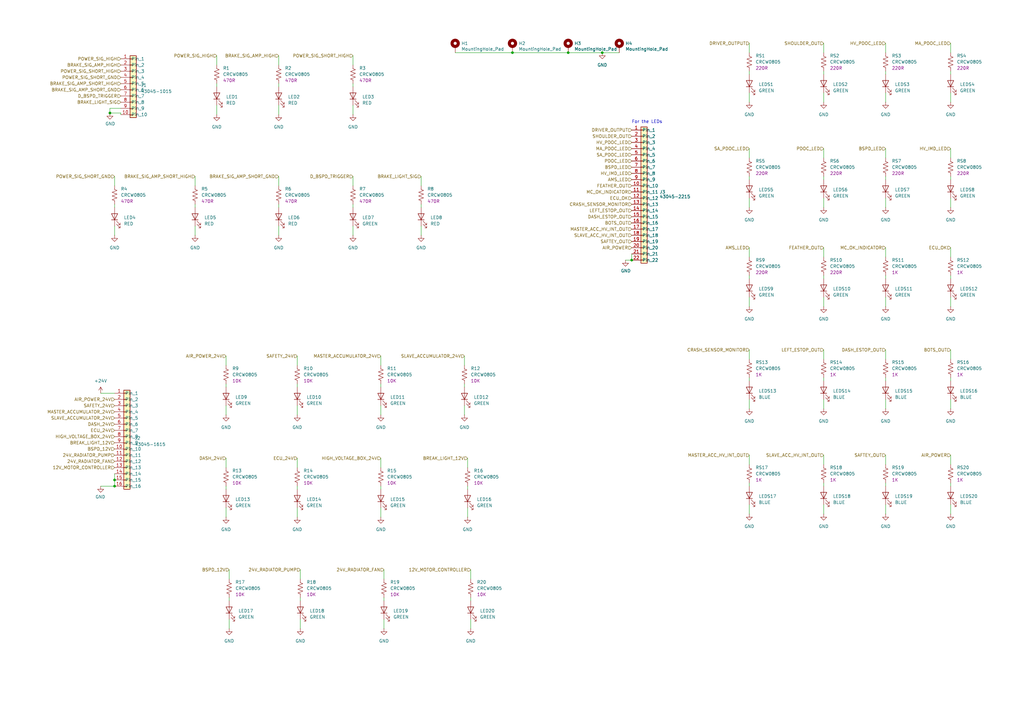
<source format=kicad_sch>
(kicad_sch (version 20231120) (generator "eeschema") (generator_version "8.0")
  (paper "A3")
  (junction (at 46.99 196.85))
  (junction (at 210.185 21.59))
  (junction (at 259.08 106.68))
  (junction (at 233.045 21.59))
  (junction (at 45.085 46.355))
  (junction (at 247.015 21.59))
  (junction (at 46.99 199.39))
  (wire (pts (xy 88.9 22.86) (xy 88.9 26.67)))
  (wire (pts (xy 363.22 72.39) (xy 363.22 73.66)))
  (wire (pts (xy 190.5 146.05) (xy 190.5 149.86)))
  (wire (pts (xy 363.22 121.92) (xy 363.22 125.73)))
  (wire (pts (xy 121.92 187.96) (xy 121.92 191.77)))
  (wire (pts (xy 307.34 60.96) (xy 307.34 64.77)))
  (wire (pts (xy 46.99 72.39) (xy 46.99 76.2)))
  (wire (pts (xy 144.78 83.82) (xy 144.78 85.09)))
  (wire (pts (xy 144.78 22.86) (xy 144.78 26.67)))
  (wire (pts (xy 363.22 198.12) (xy 363.22 199.39)))
  (wire (pts (xy 307.34 113.03) (xy 307.34 114.3)))
  (wire (pts (xy 92.71 166.37) (xy 92.71 170.18)))
  (wire (pts (xy 259.08 104.14) (xy 259.08 106.68)))
  (wire (pts (xy 191.77 187.96) (xy 191.77 191.77)))
  (wire (pts (xy 363.22 154.94) (xy 363.22 156.21)))
  (wire (pts (xy 337.82 60.96) (xy 337.82 64.77)))
  (wire (pts (xy 389.89 17.78) (xy 389.89 21.59)))
  (wire (pts (xy 233.045 21.59) (xy 247.015 21.59)))
  (wire (pts (xy 156.21 146.05) (xy 156.21 149.86)))
  (wire (pts (xy 80.01 92.71) (xy 80.01 96.52)))
  (wire (pts (xy 46.99 196.85) (xy 46.99 199.39)))
  (wire (pts (xy 157.48 233.68) (xy 157.48 237.49)))
  (wire (pts (xy 193.04 233.68) (xy 193.04 237.49)))
  (wire (pts (xy 389.89 207.01) (xy 389.89 210.82)))
  (wire (pts (xy 93.98 254) (xy 93.98 257.81)))
  (wire (pts (xy 337.82 121.92) (xy 337.82 125.73)))
  (wire (pts (xy 123.19 245.11) (xy 123.19 246.38)))
  (wire (pts (xy 49.53 46.355) (xy 45.085 46.355)))
  (wire (pts (xy 92.71 146.05) (xy 92.71 149.86)))
  (wire (pts (xy 172.72 83.82) (xy 172.72 85.09)))
  (wire (pts (xy 307.34 143.51) (xy 307.34 147.32)))
  (wire (pts (xy 92.71 157.48) (xy 92.71 158.75)))
  (wire (pts (xy 114.3 83.82) (xy 114.3 85.09)))
  (wire (pts (xy 337.82 72.39) (xy 337.82 73.66)))
  (wire (pts (xy 337.82 186.69) (xy 337.82 190.5)))
  (wire (pts (xy 46.99 194.31) (xy 46.99 196.85)))
  (wire (pts (xy 256.54 106.68) (xy 259.08 106.68)))
  (wire (pts (xy 337.82 163.83) (xy 337.82 167.64)))
  (wire (pts (xy 123.19 254) (xy 123.19 257.81)))
  (wire (pts (xy 46.99 92.71) (xy 46.99 96.52)))
  (wire (pts (xy 389.89 60.96) (xy 389.89 64.77)))
  (wire (pts (xy 307.34 154.94) (xy 307.34 156.21)))
  (wire (pts (xy 144.78 92.71) (xy 144.78 96.52)))
  (wire (pts (xy 114.3 43.18) (xy 114.3 46.99)))
  (wire (pts (xy 121.92 146.05) (xy 121.92 149.86)))
  (wire (pts (xy 156.21 187.96) (xy 156.21 191.77)))
  (wire (pts (xy 307.34 38.1) (xy 307.34 41.91)))
  (wire (pts (xy 186.69 21.59) (xy 210.185 21.59)))
  (wire (pts (xy 363.22 143.51) (xy 363.22 147.32)))
  (wire (pts (xy 389.89 81.28) (xy 389.89 85.09)))
  (wire (pts (xy 191.77 199.39) (xy 191.77 200.66)))
  (wire (pts (xy 121.92 166.37) (xy 121.92 170.18)))
  (wire (pts (xy 363.22 81.28) (xy 363.22 85.09)))
  (wire (pts (xy 389.89 121.92) (xy 389.89 125.73)))
  (wire (pts (xy 363.22 101.6) (xy 363.22 105.41)))
  (wire (pts (xy 172.72 92.71) (xy 172.72 96.52)))
  (wire (pts (xy 363.22 113.03) (xy 363.22 114.3)))
  (wire (pts (xy 307.34 29.21) (xy 307.34 30.48)))
  (wire (pts (xy 307.34 207.01) (xy 307.34 210.82)))
  (wire (pts (xy 337.82 38.1) (xy 337.82 41.91)))
  (wire (pts (xy 337.82 81.28) (xy 337.82 85.09)))
  (wire (pts (xy 307.34 72.39) (xy 307.34 73.66)))
  (wire (pts (xy 190.5 166.37) (xy 190.5 170.18)))
  (wire (pts (xy 307.34 17.78) (xy 307.34 21.59)))
  (wire (pts (xy 389.89 38.1) (xy 389.89 41.91)))
  (wire (pts (xy 389.89 143.51) (xy 389.89 147.32)))
  (wire (pts (xy 389.89 72.39) (xy 389.89 73.66)))
  (wire (pts (xy 337.82 198.12) (xy 337.82 199.39)))
  (wire (pts (xy 307.34 186.69) (xy 307.34 190.5)))
  (wire (pts (xy 121.92 199.39) (xy 121.92 200.66)))
  (wire (pts (xy 121.92 157.48) (xy 121.92 158.75)))
  (wire (pts (xy 363.22 186.69) (xy 363.22 190.5)))
  (wire (pts (xy 389.89 154.94) (xy 389.89 156.21)))
  (wire (pts (xy 363.22 60.96) (xy 363.22 64.77)))
  (wire (pts (xy 307.34 198.12) (xy 307.34 199.39)))
  (wire (pts (xy 191.77 208.28) (xy 191.77 212.09)))
  (wire (pts (xy 144.78 34.29) (xy 144.78 35.56)))
  (wire (pts (xy 93.98 233.68) (xy 93.98 237.49)))
  (wire (pts (xy 307.34 163.83) (xy 307.34 167.64)))
  (wire (pts (xy 157.48 254) (xy 157.48 257.81)))
  (wire (pts (xy 80.01 83.82) (xy 80.01 85.09)))
  (wire (pts (xy 337.82 17.78) (xy 337.82 21.59)))
  (wire (pts (xy 363.22 163.83) (xy 363.22 167.64)))
  (wire (pts (xy 88.9 43.18) (xy 88.9 46.99)))
  (wire (pts (xy 307.34 101.6) (xy 307.34 105.41)))
  (wire (pts (xy 80.01 72.39) (xy 80.01 76.2)))
  (wire (pts (xy 363.22 207.01) (xy 363.22 210.82)))
  (wire (pts (xy 49.53 46.99) (xy 49.53 46.355)))
  (wire (pts (xy 337.82 113.03) (xy 337.82 114.3)))
  (wire (pts (xy 363.22 17.78) (xy 363.22 21.59)))
  (wire (pts (xy 46.99 199.39) (xy 41.275 199.39)))
  (wire (pts (xy 114.3 72.39) (xy 114.3 76.2)))
  (wire (pts (xy 114.3 22.86) (xy 114.3 26.67)))
  (wire (pts (xy 389.89 163.83) (xy 389.89 167.64)))
  (wire (pts (xy 45.085 46.355) (xy 45.085 44.45)))
  (wire (pts (xy 363.22 38.1) (xy 363.22 41.91)))
  (wire (pts (xy 156.21 199.39) (xy 156.21 200.66)))
  (wire (pts (xy 45.085 44.45) (xy 49.53 44.45)))
  (wire (pts (xy 93.98 245.11) (xy 93.98 246.38)))
  (wire (pts (xy 92.71 187.96) (xy 92.71 191.77)))
  (wire (pts (xy 123.19 233.68) (xy 123.19 237.49)))
  (wire (pts (xy 337.82 101.6) (xy 337.82 105.41)))
  (wire (pts (xy 193.04 254) (xy 193.04 257.81)))
  (wire (pts (xy 114.3 34.29) (xy 114.3 35.56)))
  (wire (pts (xy 337.82 207.01) (xy 337.82 210.82)))
  (wire (pts (xy 41.275 161.29) (xy 46.99 161.29)))
  (wire (pts (xy 114.3 92.71) (xy 114.3 96.52)))
  (wire (pts (xy 190.5 157.48) (xy 190.5 158.75)))
  (wire (pts (xy 144.78 43.18) (xy 144.78 46.99)))
  (wire (pts (xy 92.71 199.39) (xy 92.71 200.66)))
  (wire (pts (xy 389.89 186.69) (xy 389.89 190.5)))
  (wire (pts (xy 172.72 72.39) (xy 172.72 76.2)))
  (wire (pts (xy 210.185 21.59) (xy 233.045 21.59)))
  (wire (pts (xy 389.89 29.21) (xy 389.89 30.48)))
  (wire (pts (xy 337.82 143.51) (xy 337.82 147.32)))
  (wire (pts (xy 247.015 21.59) (xy 254 21.59)))
  (wire (pts (xy 121.92 208.28) (xy 121.92 212.09)))
  (wire (pts (xy 88.9 34.29) (xy 88.9 35.56)))
  (wire (pts (xy 307.34 81.28) (xy 307.34 85.09)))
  (wire (pts (xy 144.78 72.39) (xy 144.78 76.2)))
  (wire (pts (xy 389.89 113.03) (xy 389.89 114.3)))
  (wire (pts (xy 157.48 245.11) (xy 157.48 246.38)))
  (wire (pts (xy 337.82 154.94) (xy 337.82 156.21)))
  (wire (pts (xy 337.82 29.21) (xy 337.82 30.48)))
  (wire (pts (xy 46.99 83.82) (xy 46.99 85.09)))
  (wire (pts (xy 156.21 208.28) (xy 156.21 212.09)))
  (wire (pts (xy 156.21 166.37) (xy 156.21 170.18)))
  (wire (pts (xy 156.21 157.48) (xy 156.21 158.75)))
  (wire (pts (xy 363.22 29.21) (xy 363.22 30.48)))
  (wire (pts (xy 92.71 208.28) (xy 92.71 212.09)))
  (wire (pts (xy 307.34 121.92) (xy 307.34 125.73)))
  (wire (pts (xy 193.04 245.11) (xy 193.04 246.38)))
  (wire (pts (xy 389.89 101.6) (xy 389.89 105.41)))
  (wire (pts (xy 389.89 198.12) (xy 389.89 199.39)))
  (text "For the LEDs" (at 259.08 50.8 0) (effects (font (size 1.27 1.27)) (justify left bottom)))
  (hierarchical_label "HV_IMD_LED" (shape input) (at 259.08 71.12 180))
  (hierarchical_label "BREAK_LIGHT_12V" (shape input) (at 191.77 187.96 180))
  (hierarchical_label "BSPD_LED" (shape input) (at 363.22 60.96 180))
  (hierarchical_label "HIGH_VOLTAGE_BOX_24V" (shape input) (at 156.21 187.96 180))
  (hierarchical_label "AIR_POWER" (shape input) (at 389.89 186.69 180))
  (hierarchical_label "POWER_SIG_HIGH" (shape input) (at 49.53 24.13 180))
  (hierarchical_label "24V_RADIATOR_FAN" (shape input) (at 46.99 189.23 180))
  (hierarchical_label "BRAKE_SIG_AMP_HIGH" (shape input) (at 114.3 22.86 180))
  (hierarchical_label "MA_PDOC_LED" (shape input) (at 259.08 60.96 180))
  (hierarchical_label "DASH_ESTOP_OUT" (shape input) (at 363.22 143.51 180))
  (hierarchical_label "MC_OK_INDICATOR" (shape input) (at 363.22 101.6 180))
  (hierarchical_label "ECU_24V" (shape input) (at 121.92 187.96 180))
  (hierarchical_label "SAFTEY_OUT" (shape input) (at 363.22 186.69 180))
  (hierarchical_label "POWER_SIG_SHORT_HIGH" (shape input) (at 49.53 29.21 180))
  (hierarchical_label "BOTS_OUT" (shape input) (at 259.08 91.44 180))
  (hierarchical_label "POWER_SIG_SHORT_GND" (shape input) (at 49.53 31.75 180))
  (hierarchical_label "BSPD_12V" (shape input) (at 93.98 233.68 180))
  (hierarchical_label "AIR_POWER" (shape input) (at 259.08 101.6 180))
  (hierarchical_label "BRAKE_SIG_AMP_HIGH" (shape input) (at 49.53 26.67 180))
  (hierarchical_label "FEATHER_OUT" (shape input) (at 259.08 76.2 180))
  (hierarchical_label "HV_PDOC_LED" (shape input) (at 363.22 17.78 180))
  (hierarchical_label "D_BSPD_TRIGGER" (shape input) (at 144.78 72.39 180))
  (hierarchical_label "SLAVE_ACC_HV_INT_OUT" (shape input) (at 259.08 96.52 180))
  (hierarchical_label "AIR_POWER_24V" (shape input) (at 46.99 163.83 180))
  (hierarchical_label "MASTER_ACCUMULATOR_24V" (shape input) (at 46.99 168.91 180))
  (hierarchical_label "HV_PDOC_LED" (shape input) (at 259.08 58.42 180))
  (hierarchical_label "MASTER_ACC_HV_INT_OUT" (shape input) (at 307.34 186.69 180))
  (hierarchical_label "MASTER_ACCUMULATOR_24V" (shape input) (at 156.21 146.05 180))
  (hierarchical_label "BRAKE_SIG_AMP_SHORT_HIGH" (shape input) (at 49.53 34.29 180))
  (hierarchical_label "BRAKE_LIGHT_SIG" (shape input) (at 49.53 41.91 180))
  (hierarchical_label "MC_OK_INDICATOR" (shape input) (at 259.08 78.74 180))
  (hierarchical_label "ECU_OK" (shape input) (at 389.89 101.6 180))
  (hierarchical_label "24V_RADIATOR_PUMP" (shape input) (at 46.99 186.69 180))
  (hierarchical_label "POWER_SIG_HIGH" (shape input) (at 88.9 22.86 180))
  (hierarchical_label "SA_PDOC_LED" (shape input) (at 307.34 60.96 180))
  (hierarchical_label "BRAKE_SIG_AMP_SHORT_GND" (shape input) (at 114.3 72.39 180))
  (hierarchical_label "SLAVE_ACCUMULATOR_24V" (shape input) (at 190.5 146.05 180))
  (hierarchical_label "HV_IMD_LED" (shape input) (at 389.89 60.96 180))
  (hierarchical_label "ECU_OK" (shape input) (at 259.08 81.28 180))
  (hierarchical_label "SHOULDER_OUT" (shape input) (at 337.82 17.78 180))
  (hierarchical_label "DRIVER_OUTPUT" (shape input) (at 259.08 53.34 180))
  (hierarchical_label "BRAKE_LIGHT_SIG" (shape input) (at 172.72 72.39 180))
  (hierarchical_label "DRIVER_OUTPUT" (shape input) (at 307.34 17.78 180))
  (hierarchical_label "LEFT_ESTOP_OUT" (shape input) (at 259.08 86.36 180))
  (hierarchical_label "PDOC_LED" (shape input) (at 259.08 66.04 180))
  (hierarchical_label "SAFTEY_OUT" (shape input) (at 259.08 99.06 180))
  (hierarchical_label "AMS_LED" (shape input) (at 307.34 101.6 180))
  (hierarchical_label "MASTER_ACC_HV_INT_OUT" (shape input) (at 259.08 93.98 180))
  (hierarchical_label "SAFETY_24V" (shape input) (at 46.99 166.37 180))
  (hierarchical_label "CRASH_SENSOR_MONITOR" (shape input) (at 307.34 143.51 180))
  (hierarchical_label "SLAVE_ACCUMULATOR_24V" (shape input) (at 46.99 171.45 180))
  (hierarchical_label "24V_RADIATOR_PUMP" (shape input) (at 123.19 233.68 180))
  (hierarchical_label "AIR_POWER_24V" (shape input) (at 92.71 146.05 180))
  (hierarchical_label "SA_PDOC_LED" (shape input) (at 259.08 63.5 180))
  (hierarchical_label "BSPD_12V" (shape input) (at 46.99 184.15 180))
  (hierarchical_label "HIGH_VOLTAGE_BOX_24V" (shape input) (at 46.99 179.07 180))
  (hierarchical_label "CRASH_SENSOR_MONITOR" (shape input) (at 259.08 83.82 180))
  (hierarchical_label "DASH_24V" (shape input) (at 92.71 187.96 180))
  (hierarchical_label "DASH_24V" (shape input) (at 46.99 173.99 180))
  (hierarchical_label "FEATHER_OUT" (shape input) (at 337.82 101.6 180))
  (hierarchical_label "12V_MOTOR_CONTROLLER" (shape input) (at 193.04 233.68 180))
  (hierarchical_label "BREAK_LIGHT_12V" (shape input) (at 46.99 181.61 180))
  (hierarchical_label "MA_PDOC_LED" (shape input) (at 389.89 17.78 180))
  (hierarchical_label "12V_MOTOR_CONTROLLER" (shape input) (at 46.99 191.77 180))
  (hierarchical_label "AMS_LED" (shape input) (at 259.08 73.66 180))
  (hierarchical_label "ECU_24V" (shape input) (at 46.99 176.53 180))
  (hierarchical_label "SHOULDER_OUT" (shape input) (at 259.08 55.88 180))
  (hierarchical_label "PDOC_LED" (shape input) (at 337.82 60.96 180))
  (hierarchical_label "BRAKE_SIG_AMP_SHORT_HIGH" (shape input) (at 80.01 72.39 180))
  (hierarchical_label "BRAKE_SIG_AMP_SHORT_GND" (shape input) (at 49.53 36.83 180))
  (hierarchical_label "SLAVE_ACC_HV_INT_OUT" (shape input) (at 337.82 186.69 180))
  (hierarchical_label "POWER_SIG_SHORT_GND" (shape input) (at 46.99 72.39 180))
  (hierarchical_label "BOTS_OUT" (shape input) (at 389.89 143.51 180))
  (hierarchical_label "DASH_ESTOP_OUT" (shape input) (at 259.08 88.9 180))
  (hierarchical_label "24V_RADIATOR_FAN" (shape input) (at 157.48 233.68 180))
  (hierarchical_label "POWER_SIG_SHORT_HIGH" (shape input) (at 144.78 22.86 180))
  (hierarchical_label "LEFT_ESTOP_OUT" (shape input) (at 337.82 143.51 180))
  (hierarchical_label "SAFETY_24V" (shape input) (at 121.92 146.05 180))
  (hierarchical_label "BSPD_LED" (shape input) (at 259.08 68.58 180))
  (hierarchical_label "D_BSPD_TRIGGER" (shape input) (at 49.53 39.37 180))
  (symbol (lib_id "UniSA_Motorsport_Diode:LED_0805") (at 191.77 204.47 90) (unit 1)
    (property "Reference" "LED16" (at 195.58 204.8001 90) (effects (justify right)))
    (property "Value" "GREEN" (at 195.58 207.3401 90) (effects (justify right)))
    (property "Footprint" "UniSA_Motorsport_Diode:0805" (effects (hide yes)))
    (property "Datasheet" "https://au.mouser.com/datasheet/2/109/Dialight_CBI_data_599-0805_Apr2018-1370606.pdf" (effects (hide yes)))
    (property "Description" "Light emitting diode" (effects (hide yes)))
    (property "Color" "Red, Blue, Green, Orange, Yellow" (effects (hide yes)))
  )
  (symbol (lib_name "GND_1") (lib_id "power:GND") (at 389.89 210.82 0) (unit 1)
    (property "Reference" "#PWR026" (effects (hide yes)))
    (property "Value" "GND" (at 389.89 215.9 0))
    (property "Description" "Power symbol creates a global label with name \"GND\" , ground" (effects (hide yes)))
  )
  (symbol (lib_id "UniSA_Motorsport_Resistor:CRCW0805") (at 156.21 195.58 0) (unit 1)
    (property "Reference" "R15" (at 158.75 193.0399 0) (effects (justify left)))
    (property "Value" "CRCW0805" (at 158.75 195.5799 0) (effects (justify left)))
    (property "Footprint" "UniSA_Motorsport_Resistor:0805" (effects (hide yes)))
    (property "Datasheet" "https://au.mouser.com/datasheet/2/427/dcrcwe3-1762152.pdf" (effects (hide yes)))
    (property "Description" "Resistor, US symbol" (effects (hide yes)))
    (property "Resistance" "10K" (at 158.75 198.1199 0) (effects (justify left)))
    (property "Voltage Rating" "150V" (effects (hide yes)))
    (property "Power Rating" "125mW" (effects (hide yes)))
    (property "E24 Values" "http://www.ohmslawcalculator.com/e24-resistor-sizes" (effects (hide yes)))
  )
  (symbol (lib_id "UniSA_Motorsport_Diode:LED_0805") (at 389.89 203.2 90) (unit 1)
    (property "Reference" "LEDS20" (at 393.7 203.5301 90) (effects (justify right)))
    (property "Value" "BLUE" (at 393.7 206.0701 90) (effects (justify right)))
    (property "Footprint" "UniSA_Motorsport_Diode:0805" (effects (hide yes)))
    (property "Datasheet" "https://au.mouser.com/datasheet/2/109/Dialight_CBI_data_599-0805_Apr2018-1370606.pdf" (effects (hide yes)))
    (property "Description" "Light emitting diode" (effects (hide yes)))
    (property "Color" "Red, Blue, Green, Orange, Yellow" (effects (hide yes)))
  )
  (symbol (lib_id "UniSA_Motorsport_Resistor:CRCW0805") (at 144.78 80.01 0) (unit 1)
    (property "Reference" "R7" (at 147.32 77.4699 0) (effects (justify left)))
    (property "Value" "CRCW0805" (at 147.32 80.0099 0) (effects (justify left)))
    (property "Footprint" "UniSA_Motorsport_Resistor:0805" (effects (hide yes)))
    (property "Datasheet" "https://au.mouser.com/datasheet/2/427/dcrcwe3-1762152.pdf" (effects (hide yes)))
    (property "Description" "Resistor, US symbol" (effects (hide yes)))
    (property "Resistance" "470R" (at 147.32 82.5499 0) (effects (justify left)))
    (property "Voltage Rating" "150V" (effects (hide yes)))
    (property "Power Rating" "125mW" (effects (hide yes)))
    (property "E24 Values" "http://www.ohmslawcalculator.com/e24-resistor-sizes" (effects (hide yes)))
  )
  (symbol (lib_id "UniSA_Motorsport_Resistor:CRCW0805") (at 190.5 153.67 0) (unit 1)
    (property "Reference" "R12" (at 193.04 151.1299 0) (effects (justify left)))
    (property "Value" "CRCW0805" (at 193.04 153.6699 0) (effects (justify left)))
    (property "Footprint" "UniSA_Motorsport_Resistor:0805" (effects (hide yes)))
    (property "Datasheet" "https://au.mouser.com/datasheet/2/427/dcrcwe3-1762152.pdf" (effects (hide yes)))
    (property "Description" "Resistor, US symbol" (effects (hide yes)))
    (property "Resistance" "10K" (at 193.04 156.2099 0) (effects (justify left)))
    (property "Voltage Rating" "150V" (effects (hide yes)))
    (property "Power Rating" "125mW" (effects (hide yes)))
    (property "E24 Values" "http://www.ohmslawcalculator.com/e24-resistor-sizes" (effects (hide yes)))
  )
  (symbol (lib_name "GND_1") (lib_id "power:GND") (at 307.34 167.64 0) (unit 1)
    (property "Reference" "#PWR019" (effects (hide yes)))
    (property "Value" "GND" (at 307.34 172.72 0))
    (property "Description" "Power symbol creates a global label with name \"GND\" , ground" (effects (hide yes)))
  )
  (symbol (lib_id "power:GND") (at 45.085 46.355 0) (unit 1)
    (property "Reference" "#PWR01" (effects (hide yes)))
    (property "Value" "GND" (at 45.212 50.7492 0))
  )
  (symbol (lib_name "GND_1") (lib_id "power:GND") (at 121.92 170.18 0) (unit 1)
    (property "Reference" "#PWR035" (effects (hide yes)))
    (property "Value" "GND" (at 121.92 175.26 0))
    (property "Description" "Power symbol creates a global label with name \"GND\" , ground" (effects (hide yes)))
  )
  (symbol (lib_name "GND_1") (lib_id "power:GND") (at 92.71 170.18 0) (unit 1)
    (property "Reference" "#PWR034" (effects (hide yes)))
    (property "Value" "GND" (at 92.71 175.26 0))
    (property "Description" "Power symbol creates a global label with name \"GND\" , ground" (effects (hide yes)))
  )
  (symbol (lib_name "GND_1") (lib_id "power:GND") (at 156.21 170.18 0) (unit 1)
    (property "Reference" "#PWR036" (effects (hide yes)))
    (property "Value" "GND" (at 156.21 175.26 0))
    (property "Description" "Power symbol creates a global label with name \"GND\" , ground" (effects (hide yes)))
  )
  (symbol (lib_id "UniSA_Motorsport_Resistor:CRCW0805") (at 114.3 80.01 0) (unit 1)
    (property "Reference" "R6" (at 116.84 77.4699 0) (effects (justify left)))
    (property "Value" "CRCW0805" (at 116.84 80.0099 0) (effects (justify left)))
    (property "Footprint" "UniSA_Motorsport_Resistor:0805" (effects (hide yes)))
    (property "Datasheet" "https://au.mouser.com/datasheet/2/427/dcrcwe3-1762152.pdf" (effects (hide yes)))
    (property "Description" "Resistor, US symbol" (effects (hide yes)))
    (property "Resistance" "470R" (at 116.84 82.5499 0) (effects (justify left)))
    (property "Voltage Rating" "150V" (effects (hide yes)))
    (property "Power Rating" "125mW" (effects (hide yes)))
    (property "E24 Values" "http://www.ohmslawcalculator.com/e24-resistor-sizes" (effects (hide yes)))
  )
  (symbol (lib_id "UniSA_Motorsport_Diode:LED_0805") (at 389.89 77.47 90) (unit 1)
    (property "Reference" "LEDS8" (at 393.7 77.8001 90) (effects (justify right)))
    (property "Value" "GREEN" (at 393.7 80.3401 90) (effects (justify right)))
    (property "Footprint" "UniSA_Motorsport_Diode:0805" (effects (hide yes)))
    (property "Datasheet" "https://au.mouser.com/datasheet/2/109/Dialight_CBI_data_599-0805_Apr2018-1370606.pdf" (effects (hide yes)))
    (property "Description" "Light emitting diode" (effects (hide yes)))
    (property "Color" "Red, Blue, Green, Orange, Yellow" (effects (hide yes)))
  )
  (symbol (lib_id "UniSA_Motorsport_Resistor:CRCW0805") (at 389.89 194.31 0) (unit 1)
    (property "Reference" "RS20" (at 392.43 191.7699 0) (effects (justify left)))
    (property "Value" "CRCW0805" (at 392.43 194.3099 0) (effects (justify left)))
    (property "Footprint" "UniSA_Motorsport_Resistor:0805" (effects (hide yes)))
    (property "Datasheet" "https://au.mouser.com/datasheet/2/427/dcrcwe3-1762152.pdf" (effects (hide yes)))
    (property "Description" "Resistor, US symbol" (effects (hide yes)))
    (property "Resistance" "1K" (at 392.43 196.8499 0) (effects (justify left)))
    (property "Voltage Rating" "150V" (effects (hide yes)))
    (property "Power Rating" "125mW" (effects (hide yes)))
    (property "E24 Values" "http://www.ohmslawcalculator.com/e24-resistor-sizes" (effects (hide yes)))
  )
  (symbol (lib_id "UniSA_Motorsport_Diode:LED_0805") (at 389.89 160.02 90) (unit 1)
    (property "Reference" "LEDS16" (at 393.7 160.3501 90) (effects (justify right)))
    (property "Value" "BLUE" (at 393.7 162.8901 90) (effects (justify right)))
    (property "Footprint" "UniSA_Motorsport_Diode:0805" (effects (hide yes)))
    (property "Datasheet" "https://au.mouser.com/datasheet/2/109/Dialight_CBI_data_599-0805_Apr2018-1370606.pdf" (effects (hide yes)))
    (property "Description" "Light emitting diode" (effects (hide yes)))
    (property "Color" "Red, Blue, Green, Orange, Yellow" (effects (hide yes)))
  )
  (symbol (lib_id "UniSA_Motorsport_Resistor:CRCW0805") (at 307.34 68.58 0) (unit 1)
    (property "Reference" "RS5" (at 309.88 66.0399 0) (effects (justify left)))
    (property "Value" "CRCW0805" (at 309.88 68.5799 0) (effects (justify left)))
    (property "Footprint" "UniSA_Motorsport_Resistor:0805" (effects (hide yes)))
    (property "Datasheet" "https://au.mouser.com/datasheet/2/427/dcrcwe3-1762152.pdf" (effects (hide yes)))
    (property "Description" "Resistor, US symbol" (effects (hide yes)))
    (property "Resistance" "220R" (at 309.88 71.1199 0) (effects (justify left)))
    (property "Voltage Rating" "150V" (effects (hide yes)))
    (property "Power Rating" "125mW" (effects (hide yes)))
    (property "E24 Values" "http://www.ohmslawcalculator.com/e24-resistor-sizes" (effects (hide yes)))
  )
  (symbol (lib_id "UniSA_Motorsport_Resistor:CRCW0805") (at 46.99 80.01 0) (unit 1)
    (property "Reference" "R4" (at 49.53 77.4699 0) (effects (justify left)))
    (property "Value" "CRCW0805" (at 49.53 80.0099 0) (effects (justify left)))
    (property "Footprint" "UniSA_Motorsport_Resistor:0805" (effects (hide yes)))
    (property "Datasheet" "https://au.mouser.com/datasheet/2/427/dcrcwe3-1762152.pdf" (effects (hide yes)))
    (property "Description" "Resistor, US symbol" (effects (hide yes)))
    (property "Resistance" "470R" (at 49.53 82.5499 0) (effects (justify left)))
    (property "Voltage Rating" "150V" (effects (hide yes)))
    (property "Power Rating" "125mW" (effects (hide yes)))
    (property "E24 Values" "http://www.ohmslawcalculator.com/e24-resistor-sizes" (effects (hide yes)))
  )
  (symbol (lib_name "GND_1") (lib_id "power:GND") (at 123.19 257.81 0) (unit 1)
    (property "Reference" "#PWR043" (effects (hide yes)))
    (property "Value" "GND" (at 123.19 262.89 0))
    (property "Description" "Power symbol creates a global label with name \"GND\" , ground" (effects (hide yes)))
  )
  (symbol (lib_id "UniSA_Motorsport_Resistor:CRCW0805") (at 114.3 30.48 0) (unit 1)
    (property "Reference" "R2" (at 116.84 27.9399 0) (effects (justify left)))
    (property "Value" "CRCW0805" (at 116.84 30.4799 0) (effects (justify left)))
    (property "Footprint" "UniSA_Motorsport_Resistor:0805" (effects (hide yes)))
    (property "Datasheet" "https://au.mouser.com/datasheet/2/427/dcrcwe3-1762152.pdf" (effects (hide yes)))
    (property "Description" "Resistor, US symbol" (effects (hide yes)))
    (property "Resistance" "470R" (at 116.84 33.0199 0) (effects (justify left)))
    (property "Voltage Rating" "150V" (effects (hide yes)))
    (property "Power Rating" "125mW" (effects (hide yes)))
    (property "E24 Values" "http://www.ohmslawcalculator.com/e24-resistor-sizes" (effects (hide yes)))
  )
  (symbol (lib_id "UniSA_Motorsport_Resistor:CRCW0805") (at 389.89 68.58 0) (unit 1)
    (property "Reference" "RS8" (at 392.43 66.0399 0) (effects (justify left)))
    (property "Value" "CRCW0805" (at 392.43 68.5799 0) (effects (justify left)))
    (property "Footprint" "UniSA_Motorsport_Resistor:0805" (effects (hide yes)))
    (property "Datasheet" "https://au.mouser.com/datasheet/2/427/dcrcwe3-1762152.pdf" (effects (hide yes)))
    (property "Description" "Resistor, US symbol" (effects (hide yes)))
    (property "Resistance" "220R" (at 392.43 71.1199 0) (effects (justify left)))
    (property "Voltage Rating" "150V" (effects (hide yes)))
    (property "Power Rating" "125mW" (effects (hide yes)))
    (property "E24 Values" "http://www.ohmslawcalculator.com/e24-resistor-sizes" (effects (hide yes)))
  )
  (symbol (lib_id "UniSA_Motorsport_Diode:LED_0805") (at 156.21 204.47 90) (unit 1)
    (property "Reference" "LED15" (at 160.02 204.8001 90) (effects (justify right)))
    (property "Value" "GREEN" (at 160.02 207.3401 90) (effects (justify right)))
    (property "Footprint" "UniSA_Motorsport_Diode:0805" (effects (hide yes)))
    (property "Datasheet" "https://au.mouser.com/datasheet/2/109/Dialight_CBI_data_599-0805_Apr2018-1370606.pdf" (effects (hide yes)))
    (property "Description" "Light emitting diode" (effects (hide yes)))
    (property "Color" "Red, Blue, Green, Orange, Yellow" (effects (hide yes)))
  )
  (symbol (lib_name "GND_1") (lib_id "power:GND") (at 337.82 41.91 0) (unit 1)
    (property "Reference" "#PWR08" (effects (hide yes)))
    (property "Value" "GND" (at 337.82 46.99 0))
    (property "Description" "Power symbol creates a global label with name \"GND\" , ground" (effects (hide yes)))
  )
  (symbol (lib_id "Mechanical:MountingHole_Pad") (at 254 19.05 0) (unit 1)
    (property "Reference" "H4" (at 256.54 17.8054 0) (effects (justify left)))
    (property "Value" "MountingHole_Pad" (at 256.54 20.1168 0) (effects (justify left)))
    (property "Footprint" "MountingHole:MountingHole_3.2mm_M3_Pad_Via" (effects (hide yes)))
  )
  (symbol (lib_id "UniSA_Motorsport_Diode:LED_0805") (at 363.22 160.02 90) (unit 1)
    (property "Reference" "LEDS15" (at 367.03 160.3501 90) (effects (justify right)))
    (property "Value" "BLUE" (at 367.03 162.8901 90) (effects (justify right)))
    (property "Footprint" "UniSA_Motorsport_Diode:0805" (effects (hide yes)))
    (property "Datasheet" "https://au.mouser.com/datasheet/2/109/Dialight_CBI_data_599-0805_Apr2018-1370606.pdf" (effects (hide yes)))
    (property "Description" "Light emitting diode" (effects (hide yes)))
    (property "Color" "Red, Blue, Green, Orange, Yellow" (effects (hide yes)))
  )
  (symbol (lib_id "UniSA_Motorsport_Resistor:CRCW0805") (at 389.89 151.13 0) (unit 1)
    (property "Reference" "RS16" (at 392.43 148.5899 0) (effects (justify left)))
    (property "Value" "CRCW0805" (at 392.43 151.1299 0) (effects (justify left)))
    (property "Footprint" "UniSA_Motorsport_Resistor:0805" (effects (hide yes)))
    (property "Datasheet" "https://au.mouser.com/datasheet/2/427/dcrcwe3-1762152.pdf" (effects (hide yes)))
    (property "Description" "Resistor, US symbol" (effects (hide yes)))
    (property "Resistance" "1K" (at 392.43 153.6699 0) (effects (justify left)))
    (property "Voltage Rating" "150V" (effects (hide yes)))
    (property "Power Rating" "125mW" (effects (hide yes)))
    (property "E24 Values" "http://www.ohmslawcalculator.com/e24-resistor-sizes" (effects (hide yes)))
  )
  (symbol (lib_name "GND_1") (lib_id "power:GND") (at 337.82 85.09 0) (unit 1)
    (property "Reference" "#PWR012" (effects (hide yes)))
    (property "Value" "GND" (at 337.82 90.17 0))
    (property "Description" "Power symbol creates a global label with name \"GND\" , ground" (effects (hide yes)))
  )
  (symbol (lib_id "UniSA_Motorsport_Diode:LED_0805") (at 307.34 77.47 90) (unit 1)
    (property "Reference" "LEDS5" (at 311.15 77.8001 90) (effects (justify right)))
    (property "Value" "GREEN" (at 311.15 80.3401 90) (effects (justify right)))
    (property "Footprint" "UniSA_Motorsport_Diode:0805" (effects (hide yes)))
    (property "Datasheet" "https://au.mouser.com/datasheet/2/109/Dialight_CBI_data_599-0805_Apr2018-1370606.pdf" (effects (hide yes)))
    (property "Description" "Light emitting diode" (effects (hide yes)))
    (property "Color" "Red, Blue, Green, Orange, Yellow" (effects (hide yes)))
  )
  (symbol (lib_name "GND_1") (lib_id "power:GND") (at 307.34 210.82 0) (unit 1)
    (property "Reference" "#PWR023" (effects (hide yes)))
    (property "Value" "GND" (at 307.34 215.9 0))
    (property "Description" "Power symbol creates a global label with name \"GND\" , ground" (effects (hide yes)))
  )
  (symbol (lib_id "UniSA_Motorsport_Resistor:CRCW0805") (at 307.34 109.22 0) (unit 1)
    (property "Reference" "RS9" (at 309.88 106.6799 0) (effects (justify left)))
    (property "Value" "CRCW0805" (at 309.88 109.2199 0) (effects (justify left)))
    (property "Footprint" "UniSA_Motorsport_Resistor:0805" (effects (hide yes)))
    (property "Datasheet" "https://au.mouser.com/datasheet/2/427/dcrcwe3-1762152.pdf" (effects (hide yes)))
    (property "Description" "Resistor, US symbol" (effects (hide yes)))
    (property "Resistance" "220R" (at 309.88 111.7599 0) (effects (justify left)))
    (property "Voltage Rating" "150V" (effects (hide yes)))
    (property "Power Rating" "125mW" (effects (hide yes)))
    (property "E24 Values" "http://www.ohmslawcalculator.com/e24-resistor-sizes" (effects (hide yes)))
  )
  (symbol (lib_id "UniSA_Motorsport_Resistor:CRCW0805") (at 92.71 153.67 0) (unit 1)
    (property "Reference" "R9" (at 95.25 151.1299 0) (effects (justify left)))
    (property "Value" "CRCW0805" (at 95.25 153.6699 0) (effects (justify left)))
    (property "Footprint" "UniSA_Motorsport_Resistor:0805" (effects (hide yes)))
    (property "Datasheet" "https://au.mouser.com/datasheet/2/427/dcrcwe3-1762152.pdf" (effects (hide yes)))
    (property "Description" "Resistor, US symbol" (effects (hide yes)))
    (property "Resistance" "10K" (at 95.25 156.2099 0) (effects (justify left)))
    (property "Voltage Rating" "150V" (effects (hide yes)))
    (property "Power Rating" "125mW" (effects (hide yes)))
    (property "E24 Values" "http://www.ohmslawcalculator.com/e24-resistor-sizes" (effects (hide yes)))
  )
  (symbol (lib_name "GND_1") (lib_id "power:GND") (at 307.34 41.91 0) (unit 1)
    (property "Reference" "#PWR07" (effects (hide yes)))
    (property "Value" "GND" (at 307.34 46.99 0))
    (property "Description" "Power symbol creates a global label with name \"GND\" , ground" (effects (hide yes)))
  )
  (symbol (lib_id "UniSA_Motorsport_Resistor:CRCW0805") (at 337.82 194.31 0) (unit 1)
    (property "Reference" "RS18" (at 340.36 191.7699 0) (effects (justify left)))
    (property "Value" "CRCW0805" (at 340.36 194.3099 0) (effects (justify left)))
    (property "Footprint" "UniSA_Motorsport_Resistor:0805" (effects (hide yes)))
    (property "Datasheet" "https://au.mouser.com/datasheet/2/427/dcrcwe3-1762152.pdf" (effects (hide yes)))
    (property "Description" "Resistor, US symbol" (effects (hide yes)))
    (property "Resistance" "1K" (at 340.36 196.8499 0) (effects (justify left)))
    (property "Voltage Rating" "150V" (effects (hide yes)))
    (property "Power Rating" "125mW" (effects (hide yes)))
    (property "E24 Values" "http://www.ohmslawcalculator.com/e24-resistor-sizes" (effects (hide yes)))
  )
  (symbol (lib_id "Mechanical:MountingHole_Pad") (at 210.185 19.05 0) (unit 1)
    (property "Reference" "H2" (at 212.725 17.8054 0) (effects (justify left)))
    (property "Value" "MountingHole_Pad" (at 212.725 20.1168 0) (effects (justify left)))
    (property "Footprint" "MountingHole:MountingHole_3.2mm_M3_Pad_Via" (effects (hide yes)))
  )
  (symbol (lib_id "UniSA_Motorsport_Resistor:CRCW0805") (at 307.34 151.13 0) (unit 1)
    (property "Reference" "RS13" (at 309.88 148.5899 0) (effects (justify left)))
    (property "Value" "CRCW0805" (at 309.88 151.1299 0) (effects (justify left)))
    (property "Footprint" "UniSA_Motorsport_Resistor:0805" (effects (hide yes)))
    (property "Datasheet" "https://au.mouser.com/datasheet/2/427/dcrcwe3-1762152.pdf" (effects (hide yes)))
    (property "Description" "Resistor, US symbol" (effects (hide yes)))
    (property "Resistance" "1K" (at 309.88 153.6699 0) (effects (justify left)))
    (property "Voltage Rating" "150V" (effects (hide yes)))
    (property "Power Rating" "125mW" (effects (hide yes)))
    (property "E24 Values" "http://www.ohmslawcalculator.com/e24-resistor-sizes" (effects (hide yes)))
  )
  (symbol (lib_name "GND_1") (lib_id "power:GND") (at 337.82 167.64 0) (unit 1)
    (property "Reference" "#PWR020" (effects (hide yes)))
    (property "Value" "GND" (at 337.82 172.72 0))
    (property "Description" "Power symbol creates a global label with name \"GND\" , ground" (effects (hide yes)))
  )
  (symbol (lib_id "UniSA_Motorsport_Diode:LED_0805") (at 190.5 162.56 90) (unit 1)
    (property "Reference" "LED12" (at 194.31 162.8901 90) (effects (justify right)))
    (property "Value" "GREEN" (at 194.31 165.4301 90) (effects (justify right)))
    (property "Footprint" "UniSA_Motorsport_Diode:0805" (effects (hide yes)))
    (property "Datasheet" "https://au.mouser.com/datasheet/2/109/Dialight_CBI_data_599-0805_Apr2018-1370606.pdf" (effects (hide yes)))
    (property "Description" "Light emitting diode" (effects (hide yes)))
    (property "Color" "Red, Blue, Green, Orange, Yellow" (effects (hide yes)))
  )
  (symbol (lib_id "UniSA_Motorsport_Resistor:CRCW0805") (at 88.9 30.48 0) (unit 1)
    (property "Reference" "R1" (at 91.44 27.9399 0) (effects (justify left)))
    (property "Value" "CRCW0805" (at 91.44 30.4799 0) (effects (justify left)))
    (property "Footprint" "UniSA_Motorsport_Resistor:0805" (effects (hide yes)))
    (property "Datasheet" "https://au.mouser.com/datasheet/2/427/dcrcwe3-1762152.pdf" (effects (hide yes)))
    (property "Description" "Resistor, US symbol" (effects (hide yes)))
    (property "Resistance" "470R" (at 91.44 33.0199 0) (effects (justify left)))
    (property "Voltage Rating" "150V" (effects (hide yes)))
    (property "Power Rating" "125mW" (effects (hide yes)))
    (property "E24 Values" "http://www.ohmslawcalculator.com/e24-resistor-sizes" (effects (hide yes)))
  )
  (symbol (lib_id "UniSA_Motorsport_Diode:LED_0805") (at 92.71 204.47 90) (unit 1)
    (property "Reference" "LED13" (at 96.52 204.8001 90) (effects (justify right)))
    (property "Value" "GREEN" (at 96.52 207.3401 90) (effects (justify right)))
    (property "Footprint" "UniSA_Motorsport_Diode:0805" (effects (hide yes)))
    (property "Datasheet" "https://au.mouser.com/datasheet/2/109/Dialight_CBI_data_599-0805_Apr2018-1370606.pdf" (effects (hide yes)))
    (property "Description" "Light emitting diode" (effects (hide yes)))
    (property "Color" "Red, Blue, Green, Orange, Yellow" (effects (hide yes)))
  )
  (symbol (lib_name "GND_1") (lib_id "power:GND") (at 80.01 96.52 0) (unit 1)
    (property "Reference" "#PWR030" (effects (hide yes)))
    (property "Value" "GND" (at 80.01 101.6 0))
    (property "Description" "Power symbol creates a global label with name \"GND\" , ground" (effects (hide yes)))
  )
  (symbol (lib_name "GND_1") (lib_id "power:GND") (at 172.72 96.52 0) (unit 1)
    (property "Reference" "#PWR033" (effects (hide yes)))
    (property "Value" "GND" (at 172.72 101.6 0))
    (property "Description" "Power symbol creates a global label with name \"GND\" , ground" (effects (hide yes)))
  )
  (symbol (lib_id "UniSA_Motorsport_Diode:LED_0805") (at 144.78 39.37 90) (unit 1)
    (property "Reference" "LED3" (at 148.59 39.7001 90) (effects (justify right)))
    (property "Value" "RED" (at 148.59 42.2401 90) (effects (justify right)))
    (property "Footprint" "UniSA_Motorsport_Diode:0805" (effects (hide yes)))
    (property "Datasheet" "https://au.mouser.com/datasheet/2/109/Dialight_CBI_data_599-0805_Apr2018-1370606.pdf" (effects (hide yes)))
    (property "Description" "Light emitting diode" (effects (hide yes)))
    (property "Color" "Red, Blue, Green, Orange, Yellow" (effects (hide yes)))
  )
  (symbol (lib_name "GND_1") (lib_id "power:GND") (at 337.82 210.82 0) (unit 1)
    (property "Reference" "#PWR024" (effects (hide yes)))
    (property "Value" "GND" (at 337.82 215.9 0))
    (property "Description" "Power symbol creates a global label with name \"GND\" , ground" (effects (hide yes)))
  )
  (symbol (lib_id "UniSA_Motorsport_Diode:LED_0805") (at 337.82 118.11 90) (unit 1)
    (property "Reference" "LEDS10" (at 341.63 118.4401 90) (effects (justify right)))
    (property "Value" "GREEN" (at 341.63 120.9801 90) (effects (justify right)))
    (property "Footprint" "UniSA_Motorsport_Diode:0805" (effects (hide yes)))
    (property "Datasheet" "https://au.mouser.com/datasheet/2/109/Dialight_CBI_data_599-0805_Apr2018-1370606.pdf" (effects (hide yes)))
    (property "Description" "Light emitting diode" (effects (hide yes)))
    (property "Color" "Red, Blue, Green, Orange, Yellow" (effects (hide yes)))
  )
  (symbol (lib_id "UniSA_Motorsport_Diode:LED_0805") (at 363.22 203.2 90) (unit 1)
    (property "Reference" "LEDS19" (at 367.03 203.5301 90) (effects (justify right)))
    (property "Value" "BLUE" (at 367.03 206.0701 90) (effects (justify right)))
    (property "Footprint" "UniSA_Motorsport_Diode:0805" (effects (hide yes)))
    (property "Datasheet" "https://au.mouser.com/datasheet/2/109/Dialight_CBI_data_599-0805_Apr2018-1370606.pdf" (effects (hide yes)))
    (property "Description" "Light emitting diode" (effects (hide yes)))
    (property "Color" "Red, Blue, Green, Orange, Yellow" (effects (hide yes)))
  )
  (symbol (lib_id "UniSA_Motorsport_Diode:LED_0805") (at 121.92 162.56 90) (unit 1)
    (property "Reference" "LED10" (at 125.73 162.8901 90) (effects (justify right)))
    (property "Value" "GREEN" (at 125.73 165.4301 90) (effects (justify right)))
    (property "Footprint" "UniSA_Motorsport_Diode:0805" (effects (hide yes)))
    (property "Datasheet" "https://au.mouser.com/datasheet/2/109/Dialight_CBI_data_599-0805_Apr2018-1370606.pdf" (effects (hide yes)))
    (property "Description" "Light emitting diode" (effects (hide yes)))
    (property "Color" "Red, Blue, Green, Orange, Yellow" (effects (hide yes)))
  )
  (symbol (lib_id "UniSA_Motorsport_Resistor:CRCW0805") (at 337.82 151.13 0) (unit 1)
    (property "Reference" "RS14" (at 340.36 148.5899 0) (effects (justify left)))
    (property "Value" "CRCW0805" (at 340.36 151.1299 0) (effects (justify left)))
    (property "Footprint" "UniSA_Motorsport_Resistor:0805" (effects (hide yes)))
    (property "Datasheet" "https://au.mouser.com/datasheet/2/427/dcrcwe3-1762152.pdf" (effects (hide yes)))
    (property "Description" "Resistor, US symbol" (effects (hide yes)))
    (property "Resistance" "1K" (at 340.36 153.6699 0) (effects (justify left)))
    (property "Voltage Rating" "150V" (effects (hide yes)))
    (property "Power Rating" "125mW" (effects (hide yes)))
    (property "E24 Values" "http://www.ohmslawcalculator.com/e24-resistor-sizes" (effects (hide yes)))
  )
  (symbol (lib_id "UniSA_Motorsport_Diode:LED_0805") (at 337.82 203.2 90) (unit 1)
    (property "Reference" "LEDS18" (at 341.63 203.5301 90) (effects (justify right)))
    (property "Value" "BLUE" (at 341.63 206.0701 90) (effects (justify right)))
    (property "Footprint" "UniSA_Motorsport_Diode:0805" (effects (hide yes)))
    (property "Datasheet" "https://au.mouser.com/datasheet/2/109/Dialight_CBI_data_599-0805_Apr2018-1370606.pdf" (effects (hide yes)))
    (property "Description" "Light emitting diode" (effects (hide yes)))
    (property "Color" "Red, Blue, Green, Orange, Yellow" (effects (hide yes)))
  )
  (symbol (lib_id "power:GND") (at 41.275 199.39 0) (mirror y) (unit 1)
    (property "Reference" "#PWR03" (effects (hide yes)))
    (property "Value" "GND" (at 41.148 203.7842 0))
  )
  (symbol (lib_id "UniSA_Motorsport_Diode:LED_0805") (at 389.89 34.29 90) (unit 1)
    (property "Reference" "LEDS4" (at 393.7 34.6201 90) (effects (justify right)))
    (property "Value" "GREEN" (at 393.7 37.1601 90) (effects (justify right)))
    (property "Footprint" "UniSA_Motorsport_Diode:0805" (effects (hide yes)))
    (property "Datasheet" "https://au.mouser.com/datasheet/2/109/Dialight_CBI_data_599-0805_Apr2018-1370606.pdf" (effects (hide yes)))
    (property "Description" "Light emitting diode" (effects (hide yes)))
    (property "Color" "Red, Blue, Green, Orange, Yellow" (effects (hide yes)))
  )
  (symbol (lib_name "GND_1") (lib_id "power:GND") (at 144.78 46.99 0) (unit 1)
    (property "Reference" "#PWR028" (effects (hide yes)))
    (property "Value" "GND" (at 144.78 52.07 0))
    (property "Description" "Power symbol creates a global label with name \"GND\" , ground" (effects (hide yes)))
  )
  (symbol (lib_name "GND_1") (lib_id "power:GND") (at 88.9 46.99 0) (unit 1)
    (property "Reference" "#PWR05" (effects (hide yes)))
    (property "Value" "GND" (at 88.9 52.07 0))
    (property "Description" "Power symbol creates a global label with name \"GND\" , ground" (effects (hide yes)))
  )
  (symbol (lib_id "UniSA_Motorsport_Resistor:CRCW0805") (at 337.82 68.58 0) (unit 1)
    (property "Reference" "RS6" (at 340.36 66.0399 0) (effects (justify left)))
    (property "Value" "CRCW0805" (at 340.36 68.5799 0) (effects (justify left)))
    (property "Footprint" "UniSA_Motorsport_Resistor:0805" (effects (hide yes)))
    (property "Datasheet" "https://au.mouser.com/datasheet/2/427/dcrcwe3-1762152.pdf" (effects (hide yes)))
    (property "Description" "Resistor, US symbol" (effects (hide yes)))
    (property "Resistance" "220R" (at 340.36 71.1199 0) (effects (justify left)))
    (property "Voltage Rating" "150V" (effects (hide yes)))
    (property "Power Rating" "125mW" (effects (hide yes)))
    (property "E24 Values" "http://www.ohmslawcalculator.com/e24-resistor-sizes" (effects (hide yes)))
  )
  (symbol (lib_id "UniSA_Motorsport_Resistor:CRCW0805") (at 307.34 194.31 0) (unit 1)
    (property "Reference" "RS17" (at 309.88 191.7699 0) (effects (justify left)))
    (property "Value" "CRCW0805" (at 309.88 194.3099 0) (effects (justify left)))
    (property "Footprint" "UniSA_Motorsport_Resistor:0805" (effects (hide yes)))
    (property "Datasheet" "https://au.mouser.com/datasheet/2/427/dcrcwe3-1762152.pdf" (effects (hide yes)))
    (property "Description" "Resistor, US symbol" (effects (hide yes)))
    (property "Resistance" "1K" (at 309.88 196.8499 0) (effects (justify left)))
    (property "Voltage Rating" "150V" (effects (hide yes)))
    (property "Power Rating" "125mW" (effects (hide yes)))
    (property "E24 Values" "http://www.ohmslawcalculator.com/e24-resistor-sizes" (effects (hide yes)))
  )
  (symbol (lib_name "GND_1") (lib_id "power:GND") (at 389.89 125.73 0) (unit 1)
    (property "Reference" "#PWR018" (effects (hide yes)))
    (property "Value" "GND" (at 389.89 130.81 0))
    (property "Description" "Power symbol creates a global label with name \"GND\" , ground" (effects (hide yes)))
  )
  (symbol (lib_id "UniSA_Motorsport_Diode:LED_0805") (at 123.19 250.19 90) (unit 1)
    (property "Reference" "LED18" (at 127 250.5201 90) (effects (justify right)))
    (property "Value" "GREEN" (at 127 253.0601 90) (effects (justify right)))
    (property "Footprint" "UniSA_Motorsport_Diode:0805" (effects (hide yes)))
    (property "Datasheet" "https://au.mouser.com/datasheet/2/109/Dialight_CBI_data_599-0805_Apr2018-1370606.pdf" (effects (hide yes)))
    (property "Description" "Light emitting diode" (effects (hide yes)))
    (property "Color" "Red, Blue, Green, Orange, Yellow" (effects (hide yes)))
  )
  (symbol (lib_id "power:GND") (at 247.015 21.59 0) (unit 1)
    (property "Reference" "#PWR027" (effects (hide yes)))
    (property "Value" "GND" (at 247.015 26.67 0))
  )
  (symbol (lib_name "GND_1") (lib_id "power:GND") (at 337.82 125.73 0) (unit 1)
    (property "Reference" "#PWR016" (effects (hide yes)))
    (property "Value" "GND" (at 337.82 130.81 0))
    (property "Description" "Power symbol creates a global label with name \"GND\" , ground" (effects (hide yes)))
  )
  (symbol (lib_id "UniSA_Motorsport_Diode:LED_0805") (at 307.34 203.2 90) (unit 1)
    (property "Reference" "LEDS17" (at 311.15 203.5301 90) (effects (justify right)))
    (property "Value" "BLUE" (at 311.15 206.0701 90) (effects (justify right)))
    (property "Footprint" "UniSA_Motorsport_Diode:0805" (effects (hide yes)))
    (property "Datasheet" "https://au.mouser.com/datasheet/2/109/Dialight_CBI_data_599-0805_Apr2018-1370606.pdf" (effects (hide yes)))
    (property "Description" "Light emitting diode" (effects (hide yes)))
    (property "Color" "Red, Blue, Green, Orange, Yellow" (effects (hide yes)))
  )
  (symbol (lib_id "UniSA_Motorsport_Diode:LED_0805") (at 121.92 204.47 90) (unit 1)
    (property "Reference" "LED14" (at 125.73 204.8001 90) (effects (justify right)))
    (property "Value" "GREEN" (at 125.73 207.3401 90) (effects (justify right)))
    (property "Footprint" "UniSA_Motorsport_Diode:0805" (effects (hide yes)))
    (property "Datasheet" "https://au.mouser.com/datasheet/2/109/Dialight_CBI_data_599-0805_Apr2018-1370606.pdf" (effects (hide yes)))
    (property "Description" "Light emitting diode" (effects (hide yes)))
    (property "Color" "Red, Blue, Green, Orange, Yellow" (effects (hide yes)))
  )
  (symbol (lib_id "UniSA_Motorsport_Diode:LED_0805") (at 193.04 250.19 90) (unit 1)
    (property "Reference" "LED20" (at 196.85 250.5201 90) (effects (justify right)))
    (property "Value" "GREEN" (at 196.85 253.0601 90) (effects (justify right)))
    (property "Footprint" "UniSA_Motorsport_Diode:0805" (effects (hide yes)))
    (property "Datasheet" "https://au.mouser.com/datasheet/2/109/Dialight_CBI_data_599-0805_Apr2018-1370606.pdf" (effects (hide yes)))
    (property "Description" "Light emitting diode" (effects (hide yes)))
    (property "Color" "Red, Blue, Green, Orange, Yellow" (effects (hide yes)))
  )
  (symbol (lib_id "UniSA_Motorsport_Diode:LED_0805") (at 46.99 88.9 90) (unit 1)
    (property "Reference" "LED4" (at 50.8 89.2301 90) (effects (justify right)))
    (property "Value" "RED" (at 50.8 91.7701 90) (effects (justify right)))
    (property "Footprint" "UniSA_Motorsport_Diode:0805" (effects (hide yes)))
    (property "Datasheet" "https://au.mouser.com/datasheet/2/109/Dialight_CBI_data_599-0805_Apr2018-1370606.pdf" (effects (hide yes)))
    (property "Description" "Light emitting diode" (effects (hide yes)))
    (property "Color" "Red, Blue, Green, Orange, Yellow" (effects (hide yes)))
  )
  (symbol (lib_id "UniSA_Motorsport_Diode:LED_0805") (at 80.01 88.9 90) (unit 1)
    (property "Reference" "LED5" (at 83.82 89.2301 90) (effects (justify right)))
    (property "Value" "RED" (at 83.82 91.7701 90) (effects (justify right)))
    (property "Footprint" "UniSA_Motorsport_Diode:0805" (effects (hide yes)))
    (property "Datasheet" "https://au.mouser.com/datasheet/2/109/Dialight_CBI_data_599-0805_Apr2018-1370606.pdf" (effects (hide yes)))
    (property "Description" "Light emitting diode" (effects (hide yes)))
    (property "Color" "Red, Blue, Green, Orange, Yellow" (effects (hide yes)))
  )
  (symbol (lib_id "UniSA_Motorsport_Resistor:CRCW0805") (at 172.72 80.01 0) (unit 1)
    (property "Reference" "R8" (at 175.26 77.4699 0) (effects (justify left)))
    (property "Value" "CRCW0805" (at 175.26 80.0099 0) (effects (justify left)))
    (property "Footprint" "UniSA_Motorsport_Resistor:0805" (effects (hide yes)))
    (property "Datasheet" "https://au.mouser.com/datasheet/2/427/dcrcwe3-1762152.pdf" (effects (hide yes)))
    (property "Description" "Resistor, US symbol" (effects (hide yes)))
    (property "Resistance" "470R" (at 175.26 82.5499 0) (effects (justify left)))
    (property "Voltage Rating" "150V" (effects (hide yes)))
    (property "Power Rating" "125mW" (effects (hide yes)))
    (property "E24 Values" "http://www.ohmslawcalculator.com/e24-resistor-sizes" (effects (hide yes)))
  )
  (symbol (lib_name "GND_1") (lib_id "power:GND") (at 307.34 85.09 0) (unit 1)
    (property "Reference" "#PWR011" (effects (hide yes)))
    (property "Value" "GND" (at 307.34 90.17 0))
    (property "Description" "Power symbol creates a global label with name \"GND\" , ground" (effects (hide yes)))
  )
  (symbol (lib_id "UniSA_Motorsport_Resistor:CRCW0805") (at 363.22 151.13 0) (unit 1)
    (property "Reference" "RS15" (at 365.76 148.5899 0) (effects (justify left)))
    (property "Value" "CRCW0805" (at 365.76 151.1299 0) (effects (justify left)))
    (property "Footprint" "UniSA_Motorsport_Resistor:0805" (effects (hide yes)))
    (property "Datasheet" "https://au.mouser.com/datasheet/2/427/dcrcwe3-1762152.pdf" (effects (hide yes)))
    (property "Description" "Resistor, US symbol" (effects (hide yes)))
    (property "Resistance" "1K" (at 365.76 153.6699 0) (effects (justify left)))
    (property "Voltage Rating" "150V" (effects (hide yes)))
    (property "Power Rating" "125mW" (effects (hide yes)))
    (property "E24 Values" "http://www.ohmslawcalculator.com/e24-resistor-sizes" (effects (hide yes)))
  )
  (symbol (lib_name "GND_1") (lib_id "power:GND") (at 156.21 212.09 0) (unit 1)
    (property "Reference" "#PWR040" (effects (hide yes)))
    (property "Value" "GND" (at 156.21 217.17 0))
    (property "Description" "Power symbol creates a global label with name \"GND\" , ground" (effects (hide yes)))
  )
  (symbol (lib_id "UniSA_Motorsport_Diode:LED_0805") (at 157.48 250.19 90) (unit 1)
    (property "Reference" "LED19" (at 161.29 250.5201 90) (effects (justify right)))
    (property "Value" "GREEN" (at 161.29 253.0601 90) (effects (justify right)))
    (property "Footprint" "UniSA_Motorsport_Diode:0805" (effects (hide yes)))
    (property "Datasheet" "https://au.mouser.com/datasheet/2/109/Dialight_CBI_data_599-0805_Apr2018-1370606.pdf" (effects (hide yes)))
    (property "Description" "Light emitting diode" (effects (hide yes)))
    (property "Color" "Red, Blue, Green, Orange, Yellow" (effects (hide yes)))
  )
  (symbol (lib_id "UniSA_Motorsport_Resistor:CRCW0805") (at 307.34 25.4 0) (unit 1)
    (property "Reference" "RS1" (at 309.88 22.8599 0) (effects (justify left)))
    (property "Value" "CRCW0805" (at 309.88 25.3999 0) (effects (justify left)))
    (property "Footprint" "UniSA_Motorsport_Resistor:0805" (effects (hide yes)))
    (property "Datasheet" "https://au.mouser.com/datasheet/2/427/dcrcwe3-1762152.pdf" (effects (hide yes)))
    (property "Description" "Resistor, US symbol" (effects (hide yes)))
    (property "Resistance" "220R" (at 309.88 27.9399 0) (effects (justify left)))
    (property "Voltage Rating" "150V" (effects (hide yes)))
    (property "Power Rating" "125mW" (effects (hide yes)))
    (property "E24 Values" "http://www.ohmslawcalculator.com/e24-resistor-sizes" (effects (hide yes)))
  )
  (symbol (lib_id "UniSA_Motorsport_Diode:LED_0805") (at 337.82 77.47 90) (unit 1)
    (property "Reference" "LEDS6" (at 341.63 77.8001 90) (effects (justify right)))
    (property "Value" "GREEN" (at 341.63 80.3401 90) (effects (justify right)))
    (property "Footprint" "UniSA_Motorsport_Diode:0805" (effects (hide yes)))
    (property "Datasheet" "https://au.mouser.com/datasheet/2/109/Dialight_CBI_data_599-0805_Apr2018-1370606.pdf" (effects (hide yes)))
    (property "Description" "Light emitting diode" (effects (hide yes)))
    (property "Color" "Red, Blue, Green, Orange, Yellow" (effects (hide yes)))
  )
  (symbol (lib_id "UniSA_Motorsport_Diode:LED_0805") (at 92.71 162.56 90) (unit 1)
    (property "Reference" "LED9" (at 96.52 162.8901 90) (effects (justify right)))
    (property "Value" "GREEN" (at 96.52 165.4301 90) (effects (justify right)))
    (property "Footprint" "UniSA_Motorsport_Diode:0805" (effects (hide yes)))
    (property "Datasheet" "https://au.mouser.com/datasheet/2/109/Dialight_CBI_data_599-0805_Apr2018-1370606.pdf" (effects (hide yes)))
    (property "Description" "Light emitting diode" (effects (hide yes)))
    (property "Color" "Red, Blue, Green, Orange, Yellow" (effects (hide yes)))
  )
  (symbol (lib_name "GND_1") (lib_id "power:GND") (at 363.22 125.73 0) (unit 1)
    (property "Reference" "#PWR017" (effects (hide yes)))
    (property "Value" "GND" (at 363.22 130.81 0))
    (property "Description" "Power symbol creates a global label with name \"GND\" , ground" (effects (hide yes)))
  )
  (symbol (lib_id "UniSA_Motorsport_Resistor:CRCW0805") (at 363.22 109.22 0) (unit 1)
    (property "Reference" "RS11" (at 365.76 106.6799 0) (effects (justify left)))
    (property "Value" "CRCW0805" (at 365.76 109.2199 0) (effects (justify left)))
    (property "Footprint" "UniSA_Motorsport_Resistor:0805" (effects (hide yes)))
    (property "Datasheet" "https://au.mouser.com/datasheet/2/427/dcrcwe3-1762152.pdf" (effects (hide yes)))
    (property "Description" "Resistor, US symbol" (effects (hide yes)))
    (property "Resistance" "1K" (at 365.76 111.7599 0) (effects (justify left)))
    (property "Voltage Rating" "150V" (effects (hide yes)))
    (property "Power Rating" "125mW" (effects (hide yes)))
    (property "E24 Values" "http://www.ohmslawcalculator.com/e24-resistor-sizes" (effects (hide yes)))
  )
  (symbol (lib_name "GND_1") (lib_id "power:GND") (at 389.89 41.91 0) (unit 1)
    (property "Reference" "#PWR010" (effects (hide yes)))
    (property "Value" "GND" (at 389.89 46.99 0))
    (property "Description" "Power symbol creates a global label with name \"GND\" , ground" (effects (hide yes)))
  )
  (symbol (lib_id "UniSA_Motorsport_Resistor:CRCW0805") (at 191.77 195.58 0) (unit 1)
    (property "Reference" "R16" (at 194.31 193.0399 0) (effects (justify left)))
    (property "Value" "CRCW0805" (at 194.31 195.5799 0) (effects (justify left)))
    (property "Footprint" "UniSA_Motorsport_Resistor:0805" (effects (hide yes)))
    (property "Datasheet" "https://au.mouser.com/datasheet/2/427/dcrcwe3-1762152.pdf" (effects (hide yes)))
    (property "Description" "Resistor, US symbol" (effects (hide yes)))
    (property "Resistance" "10K" (at 194.31 198.1199 0) (effects (justify left)))
    (property "Voltage Rating" "150V" (effects (hide yes)))
    (property "Power Rating" "125mW" (effects (hide yes)))
    (property "E24 Values" "http://www.ohmslawcalculator.com/e24-resistor-sizes" (effects (hide yes)))
  )
  (symbol (lib_id "UniSA_Motorsport_Diode:LED_0805") (at 337.82 34.29 90) (unit 1)
    (property "Reference" "LEDS2" (at 341.63 34.6201 90) (effects (justify right)))
    (property "Value" "GREEN" (at 341.63 37.1601 90) (effects (justify right)))
    (property "Footprint" "UniSA_Motorsport_Diode:0805" (effects (hide yes)))
    (property "Datasheet" "https://au.mouser.com/datasheet/2/109/Dialight_CBI_data_599-0805_Apr2018-1370606.pdf" (effects (hide yes)))
    (property "Description" "Light emitting diode" (effects (hide yes)))
    (property "Color" "Red, Blue, Green, Orange, Yellow" (effects (hide yes)))
  )
  (symbol (lib_id "power:GND") (at 256.54 106.68 0) (unit 1)
    (property "Reference" "#PWR04" (effects (hide yes)))
    (property "Value" "GND" (at 256.667 111.0742 0))
  )
  (symbol (lib_id "UniSA_Motorsport_Diode:LED_0805") (at 114.3 39.37 90) (unit 1)
    (property "Reference" "LED2" (at 118.11 39.7001 90) (effects (justify right)))
    (property "Value" "RED" (at 118.11 42.2401 90) (effects (justify right)))
    (property "Footprint" "UniSA_Motorsport_Diode:0805" (effects (hide yes)))
    (property "Datasheet" "https://au.mouser.com/datasheet/2/109/Dialight_CBI_data_599-0805_Apr2018-1370606.pdf" (effects (hide yes)))
    (property "Description" "Light emitting diode" (effects (hide yes)))
    (property "Color" "Red, Blue, Green, Orange, Yellow" (effects (hide yes)))
  )
  (symbol (lib_id "UniSA_Motorsport_Resistor:CRCW0805") (at 337.82 109.22 0) (unit 1)
    (property "Reference" "RS10" (at 340.36 106.6799 0) (effects (justify left)))
    (property "Value" "CRCW0805" (at 340.36 109.2199 0) (effects (justify left)))
    (property "Footprint" "UniSA_Motorsport_Resistor:0805" (effects (hide yes)))
    (property "Datasheet" "https://au.mouser.com/datasheet/2/427/dcrcwe3-1762152.pdf" (effects (hide yes)))
    (property "Description" "Resistor, US symbol" (effects (hide yes)))
    (property "Resistance" "220R" (at 340.36 111.7599 0) (effects (justify left)))
    (property "Voltage Rating" "150V" (effects (hide yes)))
    (property "Power Rating" "125mW" (effects (hide yes)))
    (property "E24 Values" "http://www.ohmslawcalculator.com/e24-resistor-sizes" (effects (hide yes)))
  )
  (symbol (lib_id "UniSA_Motorsport_Connector:43045-1615") (at 52.07 179.07 0) (unit 1)
    (property "Reference" "J2" (at 55.245 179.705 0) (effects (justify left)))
    (property "Value" "43045-1615" (at 55.245 182.245 0) (effects (justify left)))
    (property "Footprint" "UniSA_Motorsport_Connector:MOLEX_43045-16YY_16PIN" (effects (hide yes)))
    (property "Datasheet" "https://au.mouser.com/ProductDetail/Molex/43045-1615?qs=pWIReIhcJCSTBMbL%2FYC1Mg%3D%3D" (effects (hide yes)))
  )
  (symbol (lib_id "UniSA_Motorsport_Resistor:CRCW0805") (at 121.92 153.67 0) (unit 1)
    (property "Reference" "R10" (at 124.46 151.1299 0) (effects (justify left)))
    (property "Value" "CRCW0805" (at 124.46 153.6699 0) (effects (justify left)))
    (property "Footprint" "UniSA_Motorsport_Resistor:0805" (effects (hide yes)))
    (property "Datasheet" "https://au.mouser.com/datasheet/2/427/dcrcwe3-1762152.pdf" (effects (hide yes)))
    (property "Description" "Resistor, US symbol" (effects (hide yes)))
    (property "Resistance" "10K" (at 124.46 156.2099 0) (effects (justify left)))
    (property "Voltage Rating" "150V" (effects (hide yes)))
    (property "Power Rating" "125mW" (effects (hide yes)))
    (property "E24 Values" "http://www.ohmslawcalculator.com/e24-resistor-sizes" (effects (hide yes)))
  )
  (symbol (lib_name "GND_1") (lib_id "power:GND") (at 389.89 167.64 0) (unit 1)
    (property "Reference" "#PWR022" (effects (hide yes)))
    (property "Value" "GND" (at 389.89 172.72 0))
    (property "Description" "Power symbol creates a global label with name \"GND\" , ground" (effects (hide yes)))
  )
  (symbol (lib_id "UniSA_Motorsport_Connector:43045-1015") (at 50.8 35.56 0) (unit 1)
    (property "Reference" "J1" (at 57.785 34.925 0) (effects (justify left)))
    (property "Value" "43045-1015" (at 57.785 37.465 0) (effects (justify left)))
    (property "Footprint" "UniSA_Motorsport_Connector:MOLEX_43045-10YY_10PIN" (effects (hide yes)))
    (property "Datasheet" "https://au.mouser.com/ProductDetail/Molex/43045-1015?qs=g5f4E6w8l8iAbZ6AymbRiQ%3D%3D" (effects (hide yes)))
  )
  (symbol (lib_id "UniSA_Motorsport_Diode:LED_0805") (at 172.72 88.9 90) (unit 1)
    (property "Reference" "LED8" (at 176.53 89.2301 90) (effects (justify right)))
    (property "Value" "RED" (at 176.53 91.7701 90) (effects (justify right)))
    (property "Footprint" "UniSA_Motorsport_Diode:0805" (effects (hide yes)))
    (property "Datasheet" "https://au.mouser.com/datasheet/2/109/Dialight_CBI_data_599-0805_Apr2018-1370606.pdf" (effects (hide yes)))
    (property "Description" "Light emitting diode" (effects (hide yes)))
    (property "Color" "Red, Blue, Green, Orange, Yellow" (effects (hide yes)))
  )
  (symbol (lib_id "UniSA_Motorsport_Resistor:CRCW0805") (at 337.82 25.4 0) (unit 1)
    (property "Reference" "RS2" (at 340.36 22.8599 0) (effects (justify left)))
    (property "Value" "CRCW0805" (at 340.36 25.3999 0) (effects (justify left)))
    (property "Footprint" "UniSA_Motorsport_Resistor:0805" (effects (hide yes)))
    (property "Datasheet" "https://au.mouser.com/datasheet/2/427/dcrcwe3-1762152.pdf" (effects (hide yes)))
    (property "Description" "Resistor, US symbol" (effects (hide yes)))
    (property "Resistance" "220R" (at 340.36 27.9399 0) (effects (justify left)))
    (property "Voltage Rating" "150V" (effects (hide yes)))
    (property "Power Rating" "125mW" (effects (hide yes)))
    (property "E24 Values" "http://www.ohmslawcalculator.com/e24-resistor-sizes" (effects (hide yes)))
  )
  (symbol (lib_id "UniSA_Motorsport_Diode:LED_0805") (at 93.98 250.19 90) (unit 1)
    (property "Reference" "LED17" (at 97.79 250.5201 90) (effects (justify right)))
    (property "Value" "GREEN" (at 97.79 253.0601 90) (effects (justify right)))
    (property "Footprint" "UniSA_Motorsport_Diode:0805" (effects (hide yes)))
    (property "Datasheet" "https://au.mouser.com/datasheet/2/109/Dialight_CBI_data_599-0805_Apr2018-1370606.pdf" (effects (hide yes)))
    (property "Description" "Light emitting diode" (effects (hide yes)))
    (property "Color" "Red, Blue, Green, Orange, Yellow" (effects (hide yes)))
  )
  (symbol (lib_name "GND_1") (lib_id "power:GND") (at 92.71 212.09 0) (unit 1)
    (property "Reference" "#PWR038" (effects (hide yes)))
    (property "Value" "GND" (at 92.71 217.17 0))
    (property "Description" "Power symbol creates a global label with name \"GND\" , ground" (effects (hide yes)))
  )
  (symbol (lib_id "UniSA_Motorsport_Resistor:CRCW0805") (at 144.78 30.48 0) (unit 1)
    (property "Reference" "R3" (at 147.32 27.9399 0) (effects (justify left)))
    (property "Value" "CRCW0805" (at 147.32 30.4799 0) (effects (justify left)))
    (property "Footprint" "UniSA_Motorsport_Resistor:0805" (effects (hide yes)))
    (property "Datasheet" "https://au.mouser.com/datasheet/2/427/dcrcwe3-1762152.pdf" (effects (hide yes)))
    (property "Description" "Resistor, US symbol" (effects (hide yes)))
    (property "Resistance" "470R" (at 147.32 33.0199 0) (effects (justify left)))
    (property "Voltage Rating" "150V" (effects (hide yes)))
    (property "Power Rating" "125mW" (effects (hide yes)))
    (property "E24 Values" "http://www.ohmslawcalculator.com/e24-resistor-sizes" (effects (hide yes)))
  )
  (symbol (lib_name "GND_1") (lib_id "power:GND") (at 93.98 257.81 0) (unit 1)
    (property "Reference" "#PWR042" (effects (hide yes)))
    (property "Value" "GND" (at 93.98 262.89 0))
    (property "Description" "Power symbol creates a global label with name \"GND\" , ground" (effects (hide yes)))
  )
  (symbol (lib_name "GND_1") (lib_id "power:GND") (at 46.99 96.52 0) (unit 1)
    (property "Reference" "#PWR029" (effects (hide yes)))
    (property "Value" "GND" (at 46.99 101.6 0))
    (property "Description" "Power symbol creates a global label with name \"GND\" , ground" (effects (hide yes)))
  )
  (symbol (lib_name "GND_1") (lib_id "power:GND") (at 389.89 85.09 0) (unit 1)
    (property "Reference" "#PWR014" (effects (hide yes)))
    (property "Value" "GND" (at 389.89 90.17 0))
    (property "Description" "Power symbol creates a global label with name \"GND\" , ground" (effects (hide yes)))
  )
  (symbol (lib_id "UniSA_Motorsport_Resistor:CRCW0805") (at 156.21 153.67 0) (unit 1)
    (property "Reference" "R11" (at 158.75 151.1299 0) (effects (justify left)))
    (property "Value" "CRCW0805" (at 158.75 153.6699 0) (effects (justify left)))
    (property "Footprint" "UniSA_Motorsport_Resistor:0805" (effects (hide yes)))
    (property "Datasheet" "https://au.mouser.com/datasheet/2/427/dcrcwe3-1762152.pdf" (effects (hide yes)))
    (property "Description" "Resistor, US symbol" (effects (hide yes)))
    (property "Resistance" "10K" (at 158.75 156.2099 0) (effects (justify left)))
    (property "Voltage Rating" "150V" (effects (hide yes)))
    (property "Power Rating" "125mW" (effects (hide yes)))
    (property "E24 Values" "http://www.ohmslawcalculator.com/e24-resistor-sizes" (effects (hide yes)))
  )
  (symbol (lib_id "UniSA_Motorsport_Resistor:CRCW0805") (at 121.92 195.58 0) (unit 1)
    (property "Reference" "R14" (at 124.46 193.0399 0) (effects (justify left)))
    (property "Value" "CRCW0805" (at 124.46 195.5799 0) (effects (justify left)))
    (property "Footprint" "UniSA_Motorsport_Resistor:0805" (effects (hide yes)))
    (property "Datasheet" "https://au.mouser.com/datasheet/2/427/dcrcwe3-1762152.pdf" (effects (hide yes)))
    (property "Description" "Resistor, US symbol" (effects (hide yes)))
    (property "Resistance" "10K" (at 124.46 198.1199 0) (effects (justify left)))
    (property "Voltage Rating" "150V" (effects (hide yes)))
    (property "Power Rating" "125mW" (effects (hide yes)))
    (property "E24 Values" "http://www.ohmslawcalculator.com/e24-resistor-sizes" (effects (hide yes)))
  )
  (symbol (lib_id "UniSA_Motorsport_Diode:LED_0805") (at 363.22 118.11 90) (unit 1)
    (property "Reference" "LEDS11" (at 367.03 118.4401 90) (effects (justify right)))
    (property "Value" "GREEN" (at 367.03 120.9801 90) (effects (justify right)))
    (property "Footprint" "UniSA_Motorsport_Diode:0805" (effects (hide yes)))
    (property "Datasheet" "https://au.mouser.com/datasheet/2/109/Dialight_CBI_data_599-0805_Apr2018-1370606.pdf" (effects (hide yes)))
    (property "Description" "Light emitting diode" (effects (hide yes)))
    (property "Color" "Red, Blue, Green, Orange, Yellow" (effects (hide yes)))
  )
  (symbol (lib_id "UniSA_Motorsport_Diode:LED_0805") (at 88.9 39.37 90) (unit 1)
    (property "Reference" "LED1" (at 92.71 39.7001 90) (effects (justify right)))
    (property "Value" "RED" (at 92.71 42.2401 90) (effects (justify right)))
    (property "Footprint" "UniSA_Motorsport_Diode:0805" (effects (hide yes)))
    (property "Datasheet" "https://au.mouser.com/datasheet/2/109/Dialight_CBI_data_599-0805_Apr2018-1370606.pdf" (effects (hide yes)))
    (property "Description" "Light emitting diode" (effects (hide yes)))
    (property "Color" "Red, Blue, Green, Orange, Yellow" (effects (hide yes)))
  )
  (symbol (lib_name "GND_1") (lib_id "power:GND") (at 121.92 212.09 0) (unit 1)
    (property "Reference" "#PWR039" (effects (hide yes)))
    (property "Value" "GND" (at 121.92 217.17 0))
    (property "Description" "Power symbol creates a global label with name \"GND\" , ground" (effects (hide yes)))
  )
  (symbol (lib_name "GND_1") (lib_id "power:GND") (at 157.48 257.81 0) (unit 1)
    (property "Reference" "#PWR044" (effects (hide yes)))
    (property "Value" "GND" (at 157.48 262.89 0))
    (property "Description" "Power symbol creates a global label with name \"GND\" , ground" (effects (hide yes)))
  )
  (symbol (lib_id "UniSA_Motorsport_Diode:LED_0805") (at 156.21 162.56 90) (unit 1)
    (property "Reference" "LED11" (at 160.02 162.8901 90) (effects (justify right)))
    (property "Value" "GREEN" (at 160.02 165.4301 90) (effects (justify right)))
    (property "Footprint" "UniSA_Motorsport_Diode:0805" (effects (hide yes)))
    (property "Datasheet" "https://au.mouser.com/datasheet/2/109/Dialight_CBI_data_599-0805_Apr2018-1370606.pdf" (effects (hide yes)))
    (property "Description" "Light emitting diode" (effects (hide yes)))
    (property "Color" "Red, Blue, Green, Orange, Yellow" (effects (hide yes)))
  )
  (symbol (lib_name "GND_1") (lib_id "power:GND") (at 363.22 41.91 0) (unit 1)
    (property "Reference" "#PWR09" (effects (hide yes)))
    (property "Value" "GND" (at 363.22 46.99 0))
    (property "Description" "Power symbol creates a global label with name \"GND\" , ground" (effects (hide yes)))
  )
  (symbol (lib_id "UniSA_Motorsport_Resistor:CRCW0805") (at 157.48 241.3 0) (unit 1)
    (property "Reference" "R19" (at 160.02 238.7599 0) (effects (justify left)))
    (property "Value" "CRCW0805" (at 160.02 241.2999 0) (effects (justify left)))
    (property "Footprint" "UniSA_Motorsport_Resistor:0805" (effects (hide yes)))
    (property "Datasheet" "https://au.mouser.com/datasheet/2/427/dcrcwe3-1762152.pdf" (effects (hide yes)))
    (property "Description" "Resistor, US symbol" (effects (hide yes)))
    (property "Resistance" "10K" (at 160.02 243.8399 0) (effects (justify left)))
    (property "Voltage Rating" "150V" (effects (hide yes)))
    (property "Power Rating" "125mW" (effects (hide yes)))
    (property "E24 Values" "http://www.ohmslawcalculator.com/e24-resistor-sizes" (effects (hide yes)))
  )
  (symbol (lib_name "GND_1") (lib_id "power:GND") (at 190.5 170.18 0) (unit 1)
    (property "Reference" "#PWR037" (effects (hide yes)))
    (property "Value" "GND" (at 190.5 175.26 0))
    (property "Description" "Power symbol creates a global label with name \"GND\" , ground" (effects (hide yes)))
  )
  (symbol (lib_name "GND_1") (lib_id "power:GND") (at 114.3 96.52 0) (unit 1)
    (property "Reference" "#PWR031" (effects (hide yes)))
    (property "Value" "GND" (at 114.3 101.6 0))
    (property "Description" "Power symbol creates a global label with name \"GND\" , ground" (effects (hide yes)))
  )
  (symbol (lib_id "UniSA_Motorsport_Diode:LED_0805") (at 363.22 34.29 90) (unit 1)
    (property "Reference" "LEDS3" (at 367.03 34.6201 90) (effects (justify right)))
    (property "Value" "GREEN" (at 367.03 37.1601 90) (effects (justify right)))
    (property "Footprint" "UniSA_Motorsport_Diode:0805" (effects (hide yes)))
    (property "Datasheet" "https://au.mouser.com/datasheet/2/109/Dialight_CBI_data_599-0805_Apr2018-1370606.pdf" (effects (hide yes)))
    (property "Description" "Light emitting diode" (effects (hide yes)))
    (property "Color" "Red, Blue, Green, Orange, Yellow" (effects (hide yes)))
  )
  (symbol (lib_name "GND_1") (lib_id "power:GND") (at 144.78 96.52 0) (unit 1)
    (property "Reference" "#PWR032" (effects (hide yes)))
    (property "Value" "GND" (at 144.78 101.6 0))
    (property "Description" "Power symbol creates a global label with name \"GND\" , ground" (effects (hide yes)))
  )
  (symbol (lib_id "UniSA_Motorsport_Resistor:CRCW0805") (at 363.22 194.31 0) (unit 1)
    (property "Reference" "RS19" (at 365.76 191.7699 0) (effects (justify left)))
    (property "Value" "CRCW0805" (at 365.76 194.3099 0) (effects (justify left)))
    (property "Footprint" "UniSA_Motorsport_Resistor:0805" (effects (hide yes)))
    (property "Datasheet" "https://au.mouser.com/datasheet/2/427/dcrcwe3-1762152.pdf" (effects (hide yes)))
    (property "Description" "Resistor, US symbol" (effects (hide yes)))
    (property "Resistance" "1K" (at 365.76 196.8499 0) (effects (justify left)))
    (property "Voltage Rating" "150V" (effects (hide yes)))
    (property "Power Rating" "125mW" (effects (hide yes)))
    (property "E24 Values" "http://www.ohmslawcalculator.com/e24-resistor-sizes" (effects (hide yes)))
  )
  (symbol (lib_name "GND_1") (lib_id "power:GND") (at 363.22 85.09 0) (unit 1)
    (property "Reference" "#PWR013" (effects (hide yes)))
    (property "Value" "GND" (at 363.22 90.17 0))
    (property "Description" "Power symbol creates a global label with name \"GND\" , ground" (effects (hide yes)))
  )
  (symbol (lib_id "Mechanical:MountingHole_Pad") (at 233.045 19.05 0) (unit 1)
    (property "Reference" "H3" (at 235.585 17.8054 0) (effects (justify left)))
    (property "Value" "MountingHole_Pad" (at 235.585 20.1168 0) (effects (justify left)))
    (property "Footprint" "MountingHole:MountingHole_3.2mm_M3_Pad_Via" (effects (hide yes)))
  )
  (symbol (lib_id "UniSA_Motorsport_Connector:43045-2215") (at 265.43 78.74 0) (unit 1)
    (property "Reference" "J3" (at 270.51 78.74 0) (effects (justify left)))
    (property "Value" "43045-2215" (at 270.51 80.645 0) (effects (justify left)))
    (property "Footprint" "UniSA_Motorsport_Connector:MOLEX_43045-22YY_22_PIN" (effects (hide yes)))
    (property "Datasheet" "https://au.mouser.com/ProductDetail/Molex/43045-2215?qs=%2Fy5FSpUmAiFMGTYq9Gt7Xg%3D%3D" (effects (hide yes)))
  )
  (symbol (lib_id "UniSA_Motorsport_Resistor:CRCW0805") (at 80.01 80.01 0) (unit 1)
    (property "Reference" "R5" (at 82.55 77.4699 0) (effects (justify left)))
    (property "Value" "CRCW0805" (at 82.55 80.0099 0) (effects (justify left)))
    (property "Footprint" "UniSA_Motorsport_Resistor:0805" (effects (hide yes)))
    (property "Datasheet" "https://au.mouser.com/datasheet/2/427/dcrcwe3-1762152.pdf" (effects (hide yes)))
    (property "Description" "Resistor, US symbol" (effects (hide yes)))
    (property "Resistance" "470R" (at 82.55 82.5499 0) (effects (justify left)))
    (property "Voltage Rating" "150V" (effects (hide yes)))
    (property "Power Rating" "125mW" (effects (hide yes)))
    (property "E24 Values" "http://www.ohmslawcalculator.com/e24-resistor-sizes" (effects (hide yes)))
  )
  (symbol (lib_id "UniSA_Motorsport_Resistor:CRCW0805") (at 93.98 241.3 0) (unit 1)
    (property "Reference" "R17" (at 96.52 238.7599 0) (effects (justify left)))
    (property "Value" "CRCW0805" (at 96.52 241.2999 0) (effects (justify left)))
    (property "Footprint" "UniSA_Motorsport_Resistor:0805" (effects (hide yes)))
    (property "Datasheet" "https://au.mouser.com/datasheet/2/427/dcrcwe3-1762152.pdf" (effects (hide yes)))
    (property "Description" "Resistor, US symbol" (effects (hide yes)))
    (property "Resistance" "10K" (at 96.52 243.8399 0) (effects (justify left)))
    (property "Voltage Rating" "150V" (effects (hide yes)))
    (property "Power Rating" "125mW" (effects (hide yes)))
    (property "E24 Values" "http://www.ohmslawcalculator.com/e24-resistor-sizes" (effects (hide yes)))
  )
  (symbol (lib_id "UniSA_Motorsport_Diode:LED_0805") (at 144.78 88.9 90) (unit 1)
    (property "Reference" "LED7" (at 148.59 89.2301 90) (effects (justify right)))
    (property "Value" "GREEN" (at 148.59 91.7701 90) (effects (justify right)))
    (property "Footprint" "UniSA_Motorsport_Diode:0805" (effects (hide yes)))
    (property "Datasheet" "https://au.mouser.com/datasheet/2/109/Dialight_CBI_data_599-0805_Apr2018-1370606.pdf" (effects (hide yes)))
    (property "Description" "Light emitting diode" (effects (hide yes)))
    (property "Color" "Red, Blue, Green, Orange, Yellow" (effects (hide yes)))
  )
  (symbol (lib_name "GND_1") (lib_id "power:GND") (at 114.3 46.99 0) (unit 1)
    (property "Reference" "#PWR06" (effects (hide yes)))
    (property "Value" "GND" (at 114.3 52.07 0))
    (property "Description" "Power symbol creates a global label with name \"GND\" , ground" (effects (hide yes)))
  )
  (symbol (lib_name "GND_1") (lib_id "power:GND") (at 193.04 257.81 0) (unit 1)
    (property "Reference" "#PWR045" (effects (hide yes)))
    (property "Value" "GND" (at 193.04 262.89 0))
    (property "Description" "Power symbol creates a global label with name \"GND\" , ground" (effects (hide yes)))
  )
  (symbol (lib_id "power:+24V") (at 41.275 161.29 0) (unit 1)
    (property "Reference" "#PWR02" (effects (hide yes)))
    (property "Value" "+24V" (at 41.275 156.21 0))
  )
  (symbol (lib_name "GND_1") (lib_id "power:GND") (at 363.22 210.82 0) (unit 1)
    (property "Reference" "#PWR025" (effects (hide yes)))
    (property "Value" "GND" (at 363.22 215.9 0))
    (property "Description" "Power symbol creates a global label with name \"GND\" , ground" (effects (hide yes)))
  )
  (symbol (lib_name "GND_1") (lib_id "power:GND") (at 307.34 125.73 0) (unit 1)
    (property "Reference" "#PWR015" (effects (hide yes)))
    (property "Value" "GND" (at 307.34 130.81 0))
    (property "Description" "Power symbol creates a global label with name \"GND\" , ground" (effects (hide yes)))
  )
  (symbol (lib_id "UniSA_Motorsport_Diode:LED_0805") (at 114.3 88.9 90) (unit 1)
    (property "Reference" "LED6" (at 118.11 89.2301 90) (effects (justify right)))
    (property "Value" "RED" (at 118.11 91.7701 90) (effects (justify right)))
    (property "Footprint" "UniSA_Motorsport_Diode:0805" (effects (hide yes)))
    (property "Datasheet" "https://au.mouser.com/datasheet/2/109/Dialight_CBI_data_599-0805_Apr2018-1370606.pdf" (effects (hide yes)))
    (property "Description" "Light emitting diode" (effects (hide yes)))
    (property "Color" "Red, Blue, Green, Orange, Yellow" (effects (hide yes)))
  )
  (symbol (lib_id "UniSA_Motorsport_Diode:LED_0805") (at 307.34 160.02 90) (unit 1)
    (property "Reference" "LEDS13" (at 311.15 160.3501 90) (effects (justify right)))
    (property "Value" "BLUE" (at 311.15 162.8901 90) (effects (justify right)))
    (property "Footprint" "UniSA_Motorsport_Diode:0805" (effects (hide yes)))
    (property "Datasheet" "https://au.mouser.com/datasheet/2/109/Dialight_CBI_data_599-0805_Apr2018-1370606.pdf" (effects (hide yes)))
    (property "Description" "Light emitting diode" (effects (hide yes)))
    (property "Color" "Red, Blue, Green, Orange, Yellow" (effects (hide yes)))
  )
  (symbol (lib_id "UniSA_Motorsport_Resistor:CRCW0805") (at 193.04 241.3 0) (unit 1)
    (property "Reference" "R20" (at 195.58 238.7599 0) (effects (justify left)))
    (property "Value" "CRCW0805" (at 195.58 241.2999 0) (effects (justify left)))
    (property "Footprint" "UniSA_Motorsport_Resistor:0805" (effects (hide yes)))
    (property "Datasheet" "https://au.mouser.com/datasheet/2/427/dcrcwe3-1762152.pdf" (effects (hide yes)))
    (property "Description" "Resistor, US symbol" (effects (hide yes)))
    (property "Resistance" "10K" (at 195.58 243.8399 0) (effects (justify left)))
    (property "Voltage Rating" "150V" (effects (hide yes)))
    (property "Power Rating" "125mW" (effects (hide yes)))
    (property "E24 Values" "http://www.ohmslawcalculator.com/e24-resistor-sizes" (effects (hide yes)))
  )
  (symbol (lib_id "UniSA_Motorsport_Resistor:CRCW0805") (at 363.22 25.4 0) (unit 1)
    (property "Reference" "RS3" (at 365.76 22.8599 0) (effects (justify left)))
    (property "Value" "CRCW0805" (at 365.76 25.3999 0) (effects (justify left)))
    (property "Footprint" "UniSA_Motorsport_Resistor:0805" (effects (hide yes)))
    (property "Datasheet" "https://au.mouser.com/datasheet/2/427/dcrcwe3-1762152.pdf" (effects (hide yes)))
    (property "Description" "Resistor, US symbol" (effects (hide yes)))
    (property "Resistance" "220R" (at 365.76 27.9399 0) (effects (justify left)))
    (property "Voltage Rating" "150V" (effects (hide yes)))
    (property "Power Rating" "125mW" (effects (hide yes)))
    (property "E24 Values" "http://www.ohmslawcalculator.com/e24-resistor-sizes" (effects (hide yes)))
  )
  (symbol (lib_id "UniSA_Motorsport_Diode:LED_0805") (at 389.89 118.11 90) (unit 1)
    (property "Reference" "LEDS12" (at 393.7 118.4401 90) (effects (justify right)))
    (property "Value" "GREEN" (at 393.7 120.9801 90) (effects (justify right)))
    (property "Footprint" "UniSA_Motorsport_Diode:0805" (effects (hide yes)))
    (property "Datasheet" "https://au.mouser.com/datasheet/2/109/Dialight_CBI_data_599-0805_Apr2018-1370606.pdf" (effects (hide yes)))
    (property "Description" "Light emitting diode" (effects (hide yes)))
    (property "Color" "Red, Blue, Green, Orange, Yellow" (effects (hide yes)))
  )
  (symbol (lib_name "GND_1") (lib_id "power:GND") (at 363.22 167.64 0) (unit 1)
    (property "Reference" "#PWR021" (effects (hide yes)))
    (property "Value" "GND" (at 363.22 172.72 0))
    (property "Description" "Power symbol creates a global label with name \"GND\" , ground" (effects (hide yes)))
  )
  (symbol (lib_id "Mechanical:MountingHole_Pad") (at 186.69 19.05 0) (unit 1)
    (property "Reference" "H1" (at 189.23 17.8054 0) (effects (justify left)))
    (property "Value" "MountingHole_Pad" (at 189.23 20.1168 0) (effects (justify left)))
    (property "Footprint" "MountingHole:MountingHole_3.2mm_M3_Pad_Via" (effects (hide yes)))
  )
  (symbol (lib_id "UniSA_Motorsport_Resistor:CRCW0805") (at 363.22 68.58 0) (unit 1)
    (property "Reference" "RS7" (at 365.76 66.0399 0) (effects (justify left)))
    (property "Value" "CRCW0805" (at 365.76 68.5799 0) (effects (justify left)))
    (property "Footprint" "UniSA_Motorsport_Resistor:0805" (effects (hide yes)))
    (property "Datasheet" "https://au.mouser.com/datasheet/2/427/dcrcwe3-1762152.pdf" (effects (hide yes)))
    (property "Description" "Resistor, US symbol" (effects (hide yes)))
    (property "Resistance" "220R" (at 365.76 71.1199 0) (effects (justify left)))
    (property "Voltage Rating" "150V" (effects (hide yes)))
    (property "Power Rating" "125mW" (effects (hide yes)))
    (property "E24 Values" "http://www.ohmslawcalculator.com/e24-resistor-sizes" (effects (hide yes)))
  )
  (symbol (lib_id "UniSA_Motorsport_Resistor:CRCW0805") (at 123.19 241.3 0) (unit 1)
    (property "Reference" "R18" (at 125.73 238.7599 0) (effects (justify left)))
    (property "Value" "CRCW0805" (at 125.73 241.2999 0) (effects (justify left)))
    (property "Footprint" "UniSA_Motorsport_Resistor:0805" (effects (hide yes)))
    (property "Datasheet" "https://au.mouser.com/datasheet/2/427/dcrcwe3-1762152.pdf" (effects (hide yes)))
    (property "Description" "Resistor, US symbol" (effects (hide yes)))
    (property "Resistance" "10K" (at 125.73 243.8399 0) (effects (justify left)))
    (property "Voltage Rating" "150V" (effects (hide yes)))
    (property "Power Rating" "125mW" (effects (hide yes)))
    (property "E24 Values" "http://www.ohmslawcalculator.com/e24-resistor-sizes" (effects (hide yes)))
  )
  (symbol (lib_id "UniSA_Motorsport_Resistor:CRCW0805") (at 389.89 109.22 0) (unit 1)
    (property "Reference" "RS12" (at 392.43 106.6799 0) (effects (justify left)))
    (property "Value" "CRCW0805" (at 392.43 109.2199 0) (effects (justify left)))
    (property "Footprint" "UniSA_Motorsport_Resistor:0805" (effects (hide yes)))
    (property "Datasheet" "https://au.mouser.com/datasheet/2/427/dcrcwe3-1762152.pdf" (effects (hide yes)))
    (property "Description" "Resistor, US symbol" (effects (hide yes)))
    (property "Resistance" "1K" (at 392.43 111.7599 0) (effects (justify left)))
    (property "Voltage Rating" "150V" (effects (hide yes)))
    (property "Power Rating" "125mW" (effects (hide yes)))
    (property "E24 Values" "http://www.ohmslawcalculator.com/e24-resistor-sizes" (effects (hide yes)))
  )
  (symbol (lib_name "GND_1") (lib_id "power:GND") (at 191.77 212.09 0) (unit 1)
    (property "Reference" "#PWR041" (effects (hide yes)))
    (property "Value" "GND" (at 191.77 217.17 0))
    (property "Description" "Power symbol creates a global label with name \"GND\" , ground" (effects (hide yes)))
  )
  (symbol (lib_id "UniSA_Motorsport_Diode:LED_0805") (at 337.82 160.02 90) (unit 1)
    (property "Reference" "LEDS14" (at 341.63 160.3501 90) (effects (justify right)))
    (property "Value" "BLUE" (at 341.63 162.8901 90) (effects (justify right)))
    (property "Footprint" "UniSA_Motorsport_Diode:0805" (effects (hide yes)))
    (property "Datasheet" "https://au.mouser.com/datasheet/2/109/Dialight_CBI_data_599-0805_Apr2018-1370606.pdf" (effects (hide yes)))
    (property "Description" "Light emitting diode" (effects (hide yes)))
    (property "Color" "Red, Blue, Green, Orange, Yellow" (effects (hide yes)))
  )
  (symbol (lib_id "UniSA_Motorsport_Resistor:CRCW0805") (at 389.89 25.4 0) (unit 1)
    (property "Reference" "RS4" (at 392.43 22.8599 0) (effects (justify left)))
    (property "Value" "CRCW0805" (at 392.43 25.3999 0) (effects (justify left)))
    (property "Footprint" "UniSA_Motorsport_Resistor:0805" (effects (hide yes)))
    (property "Datasheet" "https://au.mouser.com/datasheet/2/427/dcrcwe3-1762152.pdf" (effects (hide yes)))
    (property "Description" "Resistor, US symbol" (effects (hide yes)))
    (property "Resistance" "220R" (at 392.43 27.9399 0) (effects (justify left)))
    (property "Voltage Rating" "150V" (effects (hide yes)))
    (property "Power Rating" "125mW" (effects (hide yes)))
    (property "E24 Values" "http://www.ohmslawcalculator.com/e24-resistor-sizes" (effects (hide yes)))
  )
  (symbol (lib_id "UniSA_Motorsport_Diode:LED_0805") (at 363.22 77.47 90) (unit 1)
    (property "Reference" "LEDS7" (at 367.03 77.8001 90) (effects (justify right)))
    (property "Value" "GREEN" (at 367.03 80.3401 90) (effects (justify right)))
    (property "Footprint" "UniSA_Motorsport_Diode:0805" (effects (hide yes)))
    (property "Datasheet" "https://au.mouser.com/datasheet/2/109/Dialight_CBI_data_599-0805_Apr2018-1370606.pdf" (effects (hide yes)))
    (property "Description" "Light emitting diode" (effects (hide yes)))
    (property "Color" "Red, Blue, Green, Orange, Yellow" (effects (hide yes)))
  )
  (symbol (lib_id "UniSA_Motorsport_Resistor:CRCW0805") (at 92.71 195.58 0) (unit 1)
    (property "Reference" "R13" (at 95.25 193.0399 0) (effects (justify left)))
    (property "Value" "CRCW0805" (at 95.25 195.5799 0) (effects (justify left)))
    (property "Footprint" "UniSA_Motorsport_Resistor:0805" (effects (hide yes)))
    (property "Datasheet" "https://au.mouser.com/datasheet/2/427/dcrcwe3-1762152.pdf" (effects (hide yes)))
    (property "Description" "Resistor, US symbol" (effects (hide yes)))
    (property "Resistance" "10K" (at 95.25 198.1199 0) (effects (justify left)))
    (property "Voltage Rating" "150V" (effects (hide yes)))
    (property "Power Rating" "125mW" (effects (hide yes)))
    (property "E24 Values" "http://www.ohmslawcalculator.com/e24-resistor-sizes" (effects (hide yes)))
  )
  (symbol (lib_id "UniSA_Motorsport_Diode:LED_0805") (at 307.34 34.29 90) (unit 1)
    (property "Reference" "LEDS1" (at 311.15 34.6201 90) (effects (justify right)))
    (property "Value" "GREEN" (at 311.15 37.1601 90) (effects (justify right)))
    (property "Footprint" "UniSA_Motorsport_Diode:0805" (effects (hide yes)))
    (property "Datasheet" "https://au.mouser.com/datasheet/2/109/Dialight_CBI_data_599-0805_Apr2018-1370606.pdf" (effects (hide yes)))
    (property "Description" "Light emitting diode" (effects (hide yes)))
    (property "Color" "Red, Blue, Green, Orange, Yellow" (effects (hide yes)))
  )
  (symbol (lib_id "UniSA_Motorsport_Diode:LED_0805") (at 307.34 118.11 90) (unit 1)
    (property "Reference" "LEDS9" (at 311.15 118.4401 90) (effects (justify right)))
    (property "Value" "GREEN" (at 311.15 120.9801 90) (effects (justify right)))
    (property "Footprint" "UniSA_Motorsport_Diode:0805" (effects (hide yes)))
    (property "Datasheet" "https://au.mouser.com/datasheet/2/109/Dialight_CBI_data_599-0805_Apr2018-1370606.pdf" (effects (hide yes)))
    (property "Description" "Light emitting diode" (effects (hide yes)))
    (property "Color" "Red, Blue, Green, Orange, Yellow" (effects (hide yes)))
  )
)
</source>
